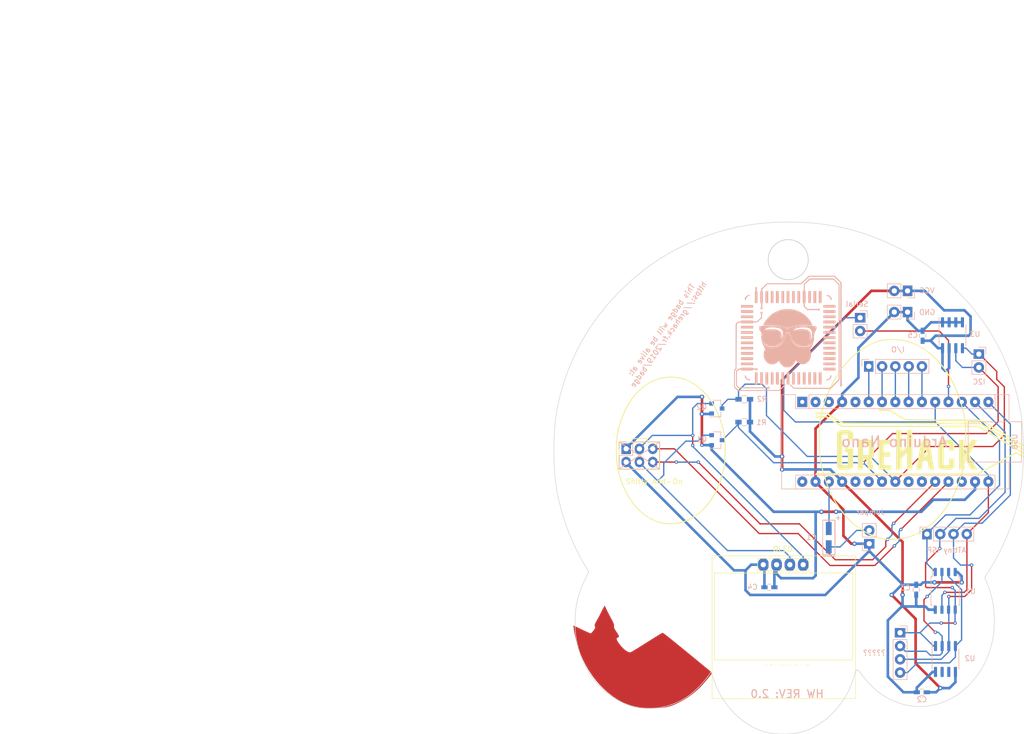
<source format=kicad_pcb>
(kicad_pcb (version 20171130) (host pcbnew "(5.1.2)-1")
  (title_block (title "GreHack 2019") (date 2019-09-13) (rev 2.0) (company Securimag) (comment 1 "PCB for the hardware CTF / Phil"))
  (layers (0 F.Cu signal) (31 B.Cu signal) (34 B.Paste user) (35 F.Paste user) (36 B.SilkS user) (37 F.SilkS user) (38 B.Mask user) (39 F.Mask user) (44 Edge.Cuts user))
  (net 0 "")
  (net 1 ISP_SCK)
  (net 2 ?_3)
  (net 3 "Net-(A1-Pad30)")
  (net 4 ?_1)
  (net 5 GND)
  (net 6 ISP_RST)
  (net 7 "Net-(A1-Pad28)")
  (net 8 "Net-(A1-Pad12)")
  (net 9 +5V)
  (net 10 "Net-(A1-Pad26)")
  (net 11 GPIO5)
  (net 12 "Net-(A1-Pad25)")
  (net 13 GPIO4)
  (net 14 "Net-(A1-Pad24)")
  (net 15 GPIO3)
  (net 16 "Net-(A1-Pad23)")
  (net 17 GPIO2)
  (net 18 "Net-(A1-Pad22)")
  (net 19 GPIO1)
  (net 20 "Net-(A1-Pad21)")
  (net 21 "Net-(A1-Pad5)")
  (net 22 "Net-(A1-Pad3)")
  (net 23 "Net-(A1-Pad18)")
  (net 24 +3V3)
  (net 25 "Net-(A1-Pad1)")
  (net 26 "Net-(Brd1-Pad3)")
  (net 27 "Net-(Brd1-Pad4)")
  (net 28 ?_2)
  (net 29 ?_4)
  (net 30 "Net-(U2-Pad7)")
  (net 31 "Net-(U2-Pad6)")
  (net 32 SOA-IO2)
  (net 33 SAO-IO1)
  (net 34 "Net-(C1-Pad2)")
  (net 35 "Net-(A1-Pad2)")
  (module Mes_modulesGH2019:Arduino_Nano (layer B.Cu) (at 153.04 76.6 270)
    (fp_text reference A1 hide)
    (fp_text value "Arduino Nano")
    (fp_text user USB (at 7.6 -40.6 90) (layer B.SilkS) (effects (justify mirror)))
    (pad 16 thru_hole oval (at 15.24 -35.56 270) (size 2 1.9) (drill 0.8) (layers *.Cu *.Mask) (net 1 ISP_SCK))
    (pad 15 thru_hole oval (at 0 -35.56 270) (size 2 1.9) (drill 0.8) (layers *.Cu *.Mask) (net 2 ?_3))
    (pad 30 thru_hole oval (at 15.24 0 270) (size 2 1.9) (drill 0.8) (layers *.Cu *.Mask) (net 3 "Net-(A1-Pad30)"))
    (pad 14 thru_hole oval (at 0 -33.02 270) (size 2 1.9) (drill 0.8) (layers *.Cu *.Mask) (net 4 ?_1))
    (pad 29 thru_hole oval (at 15.24 -2.54 270) (size 2 1.9) (drill 0.8) (layers *.Cu *.Mask) (net 5 GND))
    (pad 13 thru_hole oval (at 0 -30.48 270) (size 2 1.9) (drill 0.8) (layers *.Cu *.Mask) (net 6 ISP_RST))
    (pad 28 thru_hole oval (at 15.24 -5.08 270) (size 2 1.9) (drill 0.8) (layers *.Cu *.Mask) (net 7 "Net-(A1-Pad28)"))
    (pad 12 thru_hole oval (at 0 -27.94 270) (size 2 1.9) (drill 0.8) (layers *.Cu *.Mask) (net 8 "Net-(A1-Pad12)"))
    (pad 27 thru_hole oval (at 15.24 -7.62 270) (size 2 1.9) (drill 0.8) (layers *.Cu *.Mask) (net 9 +5V))
    (pad 11 thru_hole oval (at 0 -25.4 270) (size 2 1.9) (drill 0.8) (layers *.Cu *.Mask) (net 1 ISP_SCK))
    (pad 26 thru_hole oval (at 15.24 -10.16 270) (size 2 1.9) (drill 0.8) (layers *.Cu *.Mask) (net 10 "Net-(A1-Pad26)"))
    (pad 10 thru_hole oval (at 0 -22.86 270) (size 2 1.9) (drill 0.8) (layers *.Cu *.Mask) (net 11 GPIO5))
    (pad 25 thru_hole oval (at 15.24 -12.7 270) (size 2 1.9) (drill 0.8) (layers *.Cu *.Mask) (net 12 "Net-(A1-Pad25)"))
    (pad 9 thru_hole oval (at 0 -20.32 270) (size 2 1.9) (drill 0.8) (layers *.Cu *.Mask) (net 13 GPIO4))
    (pad 24 thru_hole oval (at 15.24 -15.24 270) (size 2 1.9) (drill 0.8) (layers *.Cu *.Mask) (net 14 "Net-(A1-Pad24)"))
    (pad 8 thru_hole oval (at 0 -17.78 270) (size 2 1.9) (drill 0.8) (layers *.Cu *.Mask) (net 15 GPIO3))
    (pad 23 thru_hole oval (at 15.24 -17.78 270) (size 2 1.9) (drill 0.8) (layers *.Cu *.Mask) (net 16 "Net-(A1-Pad23)"))
    (pad 7 thru_hole oval (at 0 -15.24 270) (size 2 1.9) (drill 0.8) (layers *.Cu *.Mask) (net 17 GPIO2))
    (pad 22 thru_hole oval (at 15.24 -20.32 270) (size 2 1.9) (drill 0.8) (layers *.Cu *.Mask) (net 18 "Net-(A1-Pad22)"))
    (pad 6 thru_hole oval (at 0 -12.7 270) (size 2 1.9) (drill 0.8) (layers *.Cu *.Mask) (net 19 GPIO1))
    (pad 21 thru_hole oval (at 15.24 -22.86 270) (size 2 1.9) (drill 0.8) (layers *.Cu *.Mask) (net 20 "Net-(A1-Pad21)"))
    (pad 5 thru_hole oval (at 0 -10.16 270) (size 2 1.9) (drill 0.8) (layers *.Cu *.Mask) (net 21 "Net-(A1-Pad5)"))
    (pad 20 thru_hole oval (at 15.24 -25.4 270) (size 2 1.9) (drill 0.8) (layers *.Cu *.Mask) (net 32 SOA-IO2))
    (pad 4 thru_hole oval (at 0 -7.62 270) (size 2 1.9) (drill 0.8) (layers *.Cu *.Mask) (net 5 GND))
    (pad 19 thru_hole oval (at 15.24 -27.94 270) (size 2 1.9) (drill 0.8) (layers *.Cu *.Mask) (net 33 SAO-IO1))
    (pad 3 thru_hole oval (at 0 -5.08 270) (size 2 1.9) (drill 0.8) (layers *.Cu *.Mask) (net 22 "Net-(A1-Pad3)"))
    (pad 18 thru_hole oval (at 15.24 -30.48 270) (size 2 1.9) (drill 0.8) (layers *.Cu *.Mask) (net 23 "Net-(A1-Pad18)"))
    (pad 2 thru_hole oval (at 0 -2.54 270) (size 2 1.9) (drill 0.8) (layers *.Cu *.Mask) (net 35 "Net-(A1-Pad2)"))
    (pad 17 thru_hole oval (at 15.24 -33.02 270) (size 2 1.9) (drill 0.8) (layers *.Cu *.Mask) (net 24 +3V3))
    (pad 1 thru_hole rect (at 0 0 270) (size 2 1.9) (drill 0.8) (layers *.Cu *.Mask) (net 25 "Net-(A1-Pad1)"))
  )
  (module Mes_modulesGH2019:CP_Tantalum_Case-R_EIA-2012-12_Hand (layer B.Cu) (at 158.1 102.5 270)
    (fp_text reference C1 (at 0 3.3 180) (layer B.SilkS) (effects (justify mirror)))
    (fp_text value 10u)
    (pad 1 smd rect (at -1.7 0 270) (size 2.5 1.1) (layers B.Cu B.Paste B.Mask) (net 7 "Net-(A1-Pad28)"))
    (pad 2 smd rect (at 1.8 0 270) (size 2.5 1.1) (layers B.Cu B.Paste B.Mask) (net 34 "Net-(C1-Pad2)"))
  )
  (module Package_SO:SOIC-8_3.9x4.9mm_P1.27mm (layer B.Cu) (at 181.74 63.85 270)
    (fp_text reference U3 (at -0.22 -4.28 180) (layer B.SilkS) (effects (justify mirror)))
    (fp_text value 24LC16)
    (pad 8 smd roundrect (at 2.475 1.905 270) (size 1.95 0.6) (layers B.Cu B.Paste B.Mask) (net 9 +5V))
    (pad 7 smd roundrect (at 2.475 0.635 270) (size 1.95 0.6) (layers B.Cu B.Paste B.Mask) (net 9 +5V))
    (pad 6 smd roundrect (at 2.475 -0.635 270) (size 1.95 0.6) (layers B.Cu B.Paste B.Mask) (net 14 "Net-(A1-Pad24)"))
    (pad 5 smd roundrect (at 2.475 -1.905 270) (size 1.95 0.6) (layers B.Cu B.Paste B.Mask) (net 16 "Net-(A1-Pad23)"))
    (pad 4 smd roundrect (at -2.475 -1.905 270) (size 1.95 0.6) (layers B.Cu B.Paste B.Mask) (net 5 GND))
    (pad 3 smd roundrect (at -2.475 -0.635 270) (size 1.95 0.6) (layers B.Cu B.Paste B.Mask) (net 5 GND))
    (pad 2 smd roundrect (at -2.475 0.635 270) (size 1.95 0.6) (layers B.Cu B.Paste B.Mask) (net 5 GND))
    (pad 1 smd roundrect (at -2.475 1.905 270) (size 1.95 0.6) (layers B.Cu B.Paste B.Mask) (net 5 GND))
  )
  (module Package_SO:SOIC-8_3.9x4.9mm_P1.27mm (layer B.Cu) (at 180.4 125.75 270)
    (fp_text reference U2 (at -0.11 -4.68 180) (layer B.SilkS) (effects (justify mirror)))
    (fp_text value 93LCxxC)
    (pad 8 smd roundrect (at 2.475 1.905 270) (size 1.95 0.6) (layers B.Cu B.Paste B.Mask) (net 9 +5V))
    (pad 7 smd roundrect (at 2.475 0.635 270) (size 1.95 0.6) (layers B.Cu B.Paste B.Mask) (net 30 "Net-(U2-Pad7)"))
    (pad 6 smd roundrect (at 2.475 -0.635 270) (size 1.95 0.6) (layers B.Cu B.Paste B.Mask) (net 31 "Net-(U2-Pad6)"))
    (pad 5 smd roundrect (at 2.475 -1.905 270) (size 1.95 0.6) (layers B.Cu B.Paste B.Mask) (net 5 GND))
    (pad 4 smd roundrect (at -2.475 -1.905 270) (size 1.95 0.6) (layers B.Cu B.Paste B.Mask) (net 29 ?_4))
    (pad 3 smd roundrect (at -2.475 -0.635 270) (size 1.95 0.6) (layers B.Cu B.Paste B.Mask) (net 2 ?_3))
    (pad 2 smd roundrect (at -2.475 0.635 270) (size 1.95 0.6) (layers B.Cu B.Paste B.Mask) (net 28 ?_2))
    (pad 1 smd roundrect (at -2.475 1.905 270) (size 1.95 0.6) (layers B.Cu B.Paste B.Mask) (net 4 ?_1))
  )
  (module Package_SO:SOIC-8_5.23x5.23mm_P1.27mm (layer B.Cu) (at 180.36 112.72 270)
    (fp_text reference U1 (at 0.06 -4.81 180) (layer B.SilkS) (effects (justify mirror)))
    (fp_text value ATtiny85)
    (pad 8 smd roundrect (at 3.6 1.905 270) (size 1.6 0.6) (layers B.Cu B.Paste B.Mask) (net 9 +5V))
    (pad 7 smd roundrect (at 3.6 0.635 270) (size 1.6 0.6) (layers B.Cu B.Paste B.Mask) (net 1 ISP_SCK))
    (pad 6 smd roundrect (at 3.6 -0.635 270) (size 1.6 0.6) (layers B.Cu B.Paste B.Mask) (net 2 ?_3))
    (pad 5 smd roundrect (at 3.6 -1.905 270) (size 1.6 0.6) (layers B.Cu B.Paste B.Mask) (net 4 ?_1))
    (pad 4 smd roundrect (at -3.6 -1.905 270) (size 1.6 0.6) (layers B.Cu B.Paste B.Mask) (net 5 GND))
    (pad 3 smd roundrect (at -3.6 -0.635 270) (size 1.6 0.6) (layers B.Cu B.Paste B.Mask) (net 29 ?_4))
    (pad 2 smd roundrect (at -3.6 0.635 270) (size 1.6 0.6) (layers B.Cu B.Paste B.Mask) (net 28 ?_2))
    (pad 1 smd roundrect (at -3.6 1.905 270) (size 1.6 0.6) (layers B.Cu B.Paste B.Mask) (net 6 ISP_RST))
  )
  (module LOGO (layer F.Cu) (at 150.15 91.1)
    (fp_text reference G*** hide)
    (fp_text value LOGO hide)
  )
  (module Mes_modulesGH2019:Pin_Header_Straight_2x03_Pitch2.54mm (layer B.Cu) (at 119.39 85.56 270)
    (fp_text reference J1 hide)
    (fp_text value "Shitty Add-On")
    (pad 1 thru_hole rect (at 0 0 270) (size 2 1.8) (drill 1) (layers *.Cu *.Mask) (net 24 +3V3))
    (pad 2 thru_hole oval (at 2.54 0 270) (size 2 1.8) (drill 1) (layers *.Cu *.Mask) (net 5 GND))
    (pad 3 thru_hole oval (at 0 -2.54 270) (size 2 1.8) (drill 1) (layers *.Cu *.Mask) (net 27 "Net-(Brd1-Pad4)"))
    (pad 4 thru_hole oval (at 2.54 -2.54 270) (size 2 1.8) (drill 1) (layers *.Cu *.Mask) (net 26 "Net-(Brd1-Pad3)"))
    (pad 5 thru_hole oval (at 0 -5.08 270) (size 2 1.8) (drill 1) (layers *.Cu *.Mask) (net 33 SAO-IO1))
    (pad 6 thru_hole oval (at 2.54 -5.08 270) (size 2 1.8) (drill 1) (layers *.Cu *.Mask) (net 32 SOA-IO2))
  )
  (module LOGO (layer F.Cu) (at 0 0)
    (fp_text reference G*** hide)
    (fp_text value LOGO hide)
  )
  (module LOGO (layer F.Cu) (at 0 0)
    (fp_text reference G*** hide)
    (fp_text value LOGO hide)
  )
  (module LOGO (layer F.Cu) (at 150.89 94.94)
    (fp_text reference G*** hide)
    (fp_text value LOGO hide)
  )
  (module LOGO (layer F.Cu) (at 150.15 91.1)
    (fp_text reference G*** hide)
    (fp_text value LOGO hide)
    (fp_poly (pts (xy -34.839924 24.504702) (xy -34.783513 24.599201) (xy -34.720679 24.731749) (xy -34.720348 24.732524) (xy -34.626724 24.94101) (xy -34.500139 25.207634) (xy -34.348634 25.516456) (xy -34.180251 25.85154) (xy -34.003031 26.196946) (xy -33.825016 26.536738) (xy -33.654248 26.854976) (xy -33.593263 26.966334) (xy -33.410308 27.306858) (xy -33.271052 27.587634) (xy -33.171695 27.819002) (xy -33.108437 28.011301) (xy -33.077479 28.174873) (xy -33.075022 28.320057) (xy -33.079626 28.364256) (xy -33.087911 28.477997) (xy -33.0779 28.589735) (xy -33.044479 28.710946) (xy -32.982534 28.853108) (xy -32.886953 29.027697) (xy -32.752621 29.24619) (xy -32.574424 29.520064) (xy -32.544514 29.565245) (xy -32.373296 29.827519) (xy -32.249556 30.030974) (xy -32.171384 30.185561) (xy -32.136871 30.301229) (xy -32.144105 30.38793) (xy -32.191176 30.455614) (xy -32.276174 30.514231) (xy -32.354681 30.553998) (xy -32.474528 30.620465) (xy -32.559549 30.685606) (xy -32.58268 30.71628) (xy -32.586265 30.829821) (xy -32.535867 30.992116) (xy -32.438634 31.193341) (xy -32.301715 31.423671) (xy -32.132258 31.673282) (xy -31.937411 31.932349) (xy -31.724323 32.191048) (xy -31.500141 32.439554) (xy -31.272014 32.668043) (xy -31.047091 32.86669) (xy -30.978291 32.921324) (xy -30.74828 33.083645) (xy -30.514543 33.222251) (xy -30.298513 33.325647) (xy -30.121621 33.382335) (xy -30.117397 33.383146) (xy -30.04849 33.390116) (xy -29.975442 33.379999) (xy -29.883075 33.346715) (xy -29.75621 33.284188) (xy -29.579668 33.186339) (xy -29.472828 33.125042) (xy -29.28498 33.015142) (xy -29.064959 32.883542) (xy -28.807883 32.727207) (xy -28.508871 32.543105) (xy -28.163039 32.328202) (xy -27.765506 32.079464) (xy -27.31139 31.793858) (xy -26.795808 31.46835) (xy -26.2255 31.107272) (xy -25.866205 30.880604) (xy -25.508229 30.656759) (xy -25.161091 30.441542) (xy -24.834307 30.240762) (xy -24.537393 30.060226) (xy -24.279866 29.905742) (xy -24.071244 29.783115) (xy -23.921043 29.698155) (xy -23.883128 29.677919) (xy -23.809498 29.652267) (xy -23.735568 29.667203) (xy -23.62919 29.729386) (xy -23.626732 29.731011) (xy -23.505486 29.816169) (xy -23.33017 29.947038) (xy -23.099922 30.124314) (xy -22.813876 30.348695) (xy -22.47117 30.620878) (xy -22.07094 30.941561) (xy -21.612323 31.311441) (xy -21.094454 31.731215) (xy -20.51647 32.201581) (xy -19.877509 32.723237) (xy -19.176705 33.29688) (xy -18.413196 33.923206) (xy -17.586118 34.602915) (xy -17.154823 34.957776) (xy -14.307147 37.301629) (xy -14.402723 37.436231) (xy -14.534565 37.613716) (xy -14.71276 37.841653) (xy -14.926885 38.107685) (xy -15.166515 38.399458) (xy -15.421224 38.704616) (xy -15.680589 39.010803) (xy -15.934185 39.305666) (xy -16.171587 39.576848) (xy -16.382372 39.811993) (xy -16.556113 39.998748) (xy -16.620605 40.064884) (xy -17.347573 40.742416) (xy -18.141462 41.386559) (xy -18.987714 41.98694) (xy -19.871772 42.533189) (xy -20.722166 42.98701) (xy -21.222606 43.227346) (xy -21.669873 43.425767) (xy -22.081432 43.587036) (xy -22.474751 43.715913) (xy -22.867295 43.817161) (xy -23.276529 43.895541) (xy -23.71992 43.955814) (xy -24.214933 44.002743) (xy -24.532166 44.025695) (xy -24.866263 44.042518) (xy -25.263032 44.05392) (xy -25.700658 44.05993) (xy -26.157322 44.060575) (xy -26.611206 44.055883) (xy -27.040493 44.04588) (xy -27.423365 44.030596) (xy -27.577008 44.021855) (xy -28.135319 43.976363) (xy -28.643415 43.911686) (xy -29.118607 43.822918) (xy -29.578204 43.705153) (xy -30.039514 43.553485) (xy -30.519849 43.363007) (xy -31.036516 43.128815) (xy -31.457092 42.922127) (xy -32.390143 42.404812) (xy -33.292287 41.811506) (xy -34.160162 41.146281) (xy -34.990404 40.413209) (xy -35.779652 39.616359) (xy -36.524541 38.759804) (xy -37.221709 37.847615) (xy -37.867794 36.883862) (xy -38.459432 35.872617) (xy -38.993261 34.81795) (xy -39.465917 33.723933) (xy -39.796686 32.82621) (xy -40.155421 31.690684) (xy -40.443274 30.595382) (xy -40.661329 29.535933) (xy -40.746797 29.002576) (xy -40.780569 28.763726) (xy -40.808625 28.555923) (xy -40.829231 28.392803) (xy -40.840656 28.288003) (xy -40.841798 28.254899) (xy -40.802304 28.269654) (xy -40.696217 28.316799) (xy -40.53316 28.391851) (xy -40.322757 28.490332) (xy -40.074633 28.607761) (xy -39.79841 28.739657) (xy -39.729833 28.772569) (xy -39.257054 28.998398) (xy -38.832391 29.198614) (xy -38.459949 29.371373) (xy -38.143837 29.514828) (xy -37.888161 29.627134) (xy -37.697027 29.706446) (xy -37.574543 29.750919) (xy -37.531571 29.760334) (xy -37.466928 29.727106) (xy -37.367991 29.637093) (xy -37.246146 29.504797) (xy -37.112775 29.34472) (xy -36.979262 29.171368) (xy -36.856991 28.999242) (xy -36.757344 28.842845) (xy -36.691707 28.716681) (xy -36.675127 28.669185) (xy -36.676253 28.553766) (xy -36.718456 28.42093) (xy -36.765018 28.29842) (xy -36.787333 28.190818) (xy -36.787666 28.180786) (xy -36.765152 28.078467) (xy -36.70118 27.916636) (xy -36.601105 27.706325) (xy -36.470282 27.45857) (xy -36.314069 27.184405) (xy -36.259856 27.093334) (xy -36.176361 26.947359) (xy -36.063627 26.739755) (xy -35.929267 26.485114) (xy -35.780897 26.198031) (xy -35.626133 25.893099) (xy -35.47259 25.584913) (xy -35.470127 25.579917) (xy -35.32955 25.297742) (xy -35.199303 25.041948) (xy -35.084421 24.821982) (xy -34.989941 24.647289) (xy -34.920898 24.527316) (xy -34.882328 24.471509) (xy -34.877736 24.468667) (xy -34.839924 24.504702)) (layer F.Cu) (width 0.01))
  )
  (module LOGO (layer F.Cu) (at 150.15 91.1)
    (fp_text reference G*** hide)
    (fp_text value LOGO hide)
  )
  (module Mes_modulesGH2019:128x64OLED (layer F.Cu) (at 149.21 118.32)
    (fp_text reference Brd1 hide)
    (fp_text value SSD1306)
    (pad 2 thru_hole oval (at -1.08 -10.6 90) (size 2.5 2) (drill 1) (layers *.Cu *.Mask) (net 24 +3V3))
    (pad 1 thru_hole oval (at -3.62 -10.6 90) (size 2.5 2) (drill 1) (layers *.Cu *.Mask) (net 5 GND))
    (pad 3 thru_hole oval (at 1.46 -10.6 90) (size 2.5 2) (drill 1) (layers *.Cu *.Mask) (net 26 "Net-(Brd1-Pad3)"))
    (pad 4 thru_hole oval (at 4 -10.6 90) (size 2.5 2) (drill 1) (layers *.Cu *.Mask) (net 27 "Net-(Brd1-Pad4)"))
  )
  (module Capacitors_SMD:C_0603_HandSoldering (layer B.Cu) (at 146.76 112.04)
    (fp_text reference C4 (at -3.23 -0.05) (layer B.SilkS) (effects (justify mirror)))
    (fp_text value 100n)
    (pad 2 smd rect (at 0.95 0) (size 1.2 0.75) (layers B.Cu B.Paste B.Mask) (net 24 +3V3))
    (pad 1 smd rect (at -0.95 0) (size 1.2 0.75) (layers B.Cu B.Paste B.Mask) (net 5 GND))
  )
  (module Capacitors_SMD:C_0603_HandSoldering (layer B.Cu) (at 175.87 132.11)
    (fp_text reference C2 (at 0 1.38) (layer B.SilkS) (effects (justify mirror)))
    (fp_text value 100n)
    (pad 2 smd rect (at 0.95 0) (size 1.2 0.75) (layers B.Cu B.Paste B.Mask) (net 5 GND))
    (pad 1 smd rect (at -0.95 0) (size 1.2 0.75) (layers B.Cu B.Paste B.Mask) (net 9 +5V))
  )
  (module Capacitors_SMD:C_0603_HandSoldering (layer B.Cu) (at 174.81 112.5 270)
    (fp_text reference C3 (at -0.37 2.04 180) (layer B.SilkS) (effects (justify mirror)))
    (fp_text value 100n)
    (pad 1 smd rect (at -0.95 0 270) (size 1.2 0.75) (layers B.Cu B.Paste B.Mask) (net 5 GND))
    (pad 2 smd rect (at 0.95 0 270) (size 1.2 0.75) (layers B.Cu B.Paste B.Mask) (net 9 +5V))
  )
  (module Capacitors_SMD:C_0603_HandSoldering (layer B.Cu) (at 176.03 63.95 270)
    (fp_text reference C5 (at -0.12 1.9 180) (layer B.SilkS) (effects (justify mirror)))
    (fp_text value 100n)
    (pad 1 smd rect (at -0.95 0 270) (size 1.2 0.75) (layers B.Cu B.Paste B.Mask) (net 5 GND))
    (pad 2 smd rect (at 0.95 0 270) (size 1.2 0.75) (layers B.Cu B.Paste B.Mask) (net 9 +5V))
  )
  (module Mes_modulesGH2019:Pin_Header_Straight_1x04_Pitch2.54mm (layer B.Cu) (at 171.73 120.73 180)
    (fp_text reference J2 hide)
    (fp_text value "Microwire bus")
    (pad 1 thru_hole rect (at 0 0 180) (size 2 1.8) (drill 1) (layers *.Cu *.Mask) (net 4 ?_1))
    (pad 2 thru_hole circle (at 0 -2.54 180) (size 2 2) (drill 1) (layers *.Cu *.Mask) (net 28 ?_2))
    (pad 3 thru_hole circle (at 0 -5.08 180) (size 2 2) (drill 1) (layers *.Cu *.Mask) (net 2 ?_3))
    (pad 4 thru_hole circle (at 0 -7.62 180) (size 2 2) (drill 1) (layers *.Cu *.Mask) (net 29 ?_4))
  )
  (module Mes_modulesGH2019:Pin_Header_Straight_1x02_Pitch2.54mm (layer B.Cu) (at 164.1 60.5 180)
    (fp_text reference J3 hide)
    (fp_text value Serial)
    (pad 2 thru_hole circle (at 0 -2.54 180) (size 2 2) (drill 1) (layers *.Cu *.Mask) (net 8 "Net-(A1-Pad12)"))
    (pad 1 thru_hole rect (at 0 0 180) (size 2 1.8) (drill 1) (layers *.Cu *.Mask) (net 1 ISP_SCK))
  )
  (module Mes_modulesGH2019:Pin_Header_Straight_1x04_Pitch2.54mm (layer B.Cu) (at 176.86 101.87 270)
    (fp_text reference J4 hide)
    (fp_text value "ATtiny ISP")
    (pad 4 thru_hole circle (at 0 -7.62 270) (size 2 2) (drill 1) (layers *.Cu *.Mask) (net 1 ISP_SCK))
    (pad 3 thru_hole circle (at 0 -5.08 270) (size 2 2) (drill 1) (layers *.Cu *.Mask) (net 2 ?_3))
    (pad 2 thru_hole circle (at 0 -2.54 270) (size 2 2) (drill 1) (layers *.Cu *.Mask) (net 4 ?_1))
    (pad 1 thru_hole rect (at 0 0 270) (size 2 1.8) (drill 1) (layers *.Cu *.Mask) (net 6 ISP_RST))
  )
  (module Mes_modulesGH2019:Pin_Header_Straight_1x02_Pitch2.54mm (layer B.Cu) (at 165.84 103.71)
    (fp_text reference J5 hide)
    (fp_text value Jumper)
    (pad 2 thru_hole circle (at 0 -2.54) (size 2 2) (drill 1) (layers *.Cu *.Mask) (net 34 "Net-(C1-Pad2)"))
    (pad 1 thru_hole rect (at 0 0) (size 2 1.8) (drill 1) (layers *.Cu *.Mask) (net 5 GND))
  )
  (module Mes_modulesGH2019:Pin_Header_Straight_1x02_Pitch2.54mm (layer B.Cu) (at 173.16 59.42 90)
    (fp_text reference J6 hide)
    (fp_text value GND)
    (pad 2 thru_hole circle (at 0 -2.54 90) (size 2 2) (drill 1) (layers *.Cu *.Mask) (net 5 GND))
    (pad 1 thru_hole rect (at 0 0 90) (size 2 1.8) (drill 1) (layers *.Cu *.Mask) (net 5 GND))
  )
  (module Mes_modulesGH2019:Pin_Header_Straight_1x02_Pitch2.54mm (layer B.Cu) (at 173.16 55.36 90)
    (fp_text reference J7 hide)
    (fp_text value VCC)
    (pad 1 thru_hole rect (at 0 0 90) (size 2 1.8) (drill 1) (layers *.Cu *.Mask) (net 9 +5V))
    (pad 2 thru_hole circle (at 0 -2.54 90) (size 2 2) (drill 1) (layers *.Cu *.Mask) (net 9 +5V))
  )
  (module Mes_modulesGH2019:Pin_Header_Straight_1x02_Pitch2.54mm (layer B.Cu) (at 186.78 67.46 180)
    (fp_text reference J8 hide)
    (fp_text value "I2C bus")
    (pad 1 thru_hole rect (at 0 0 180) (size 2 1.8) (drill 1) (layers *.Cu *.Mask) (net 16 "Net-(A1-Pad23)"))
    (pad 2 thru_hole circle (at 0 -2.54 180) (size 2 2) (drill 1) (layers *.Cu *.Mask) (net 14 "Net-(A1-Pad24)"))
  )
  (module Mes_modulesGH2019:Pin_Header_Straight_1x05_Pitch2.54mm (layer B.Cu) (at 165.75 69.8 270)
    (fp_text reference J9 hide)
    (fp_text value "5 GPIO")
    (pad 1 thru_hole rect (at 0 0 270) (size 2 1.8) (drill 1) (layers *.Cu *.Mask) (net 19 GPIO1))
    (pad 2 thru_hole circle (at 0 -2.54 270) (size 2 2) (drill 1) (layers *.Cu *.Mask) (net 17 GPIO2))
    (pad 3 thru_hole circle (at 0 -5.08 270) (size 2 2) (drill 1) (layers *.Cu *.Mask) (net 15 GPIO3))
    (pad 4 thru_hole circle (at 0 -7.62 270) (size 2 2) (drill 1) (layers *.Cu *.Mask) (net 13 GPIO4))
    (pad 5 thru_hole circle (at 0 -10.16 270) (size 2 2) (drill 1) (layers *.Cu *.Mask) (net 11 GPIO5))
  )
  (module TO_SOT_Packages_SMD:SOT-23 (layer B.Cu) (at 136.72 83.91)
    (fp_text reference Q1 (at -2.93 -0.17) (layer B.SilkS) (effects (justify mirror)))
    (fp_text value BSS138)
    (pad 1 smd rect (at -1 0.95) (size 0.9 0.8) (layers B.Cu B.Paste B.Mask) (net 24 +3V3))
    (pad 2 smd rect (at -1 -0.95) (size 0.9 0.8) (layers B.Cu B.Paste B.Mask) (net 26 "Net-(Brd1-Pad3)"))
    (pad 3 smd rect (at 1 0) (size 0.9 0.8) (layers B.Cu B.Paste B.Mask) (net 14 "Net-(A1-Pad24)"))
  )
  (module TO_SOT_Packages_SMD:SOT-23 (layer B.Cu) (at 136.72 77.86)
    (fp_text reference Q2 (at -2.93 -0.29) (layer B.SilkS) (effects (justify mirror)))
    (fp_text value BSS138)
    (pad 3 smd rect (at 1 0) (size 0.9 0.8) (layers B.Cu B.Paste B.Mask) (net 16 "Net-(A1-Pad23)"))
    (pad 2 smd rect (at -1 -0.95) (size 0.9 0.8) (layers B.Cu B.Paste B.Mask) (net 27 "Net-(Brd1-Pad4)"))
    (pad 1 smd rect (at -1 0.95) (size 0.9 0.8) (layers B.Cu B.Paste B.Mask) (net 24 +3V3))
  )
  (module Resistors_SMD:R_0603_HandSoldering (layer B.Cu) (at 141.95 80.45 180)
    (fp_text reference R1 (at -3.28 -0.05) (layer B.SilkS) (effects (justify mirror)))
    (fp_text value 10k)
    (pad 1 smd rect (at -1.1 0 180) (size 1.2 0.9) (layers B.Cu B.Paste B.Mask) (net 9 +5V))
    (pad 2 smd rect (at 1.1 0 180) (size 1.2 0.9) (layers B.Cu B.Paste B.Mask) (net 14 "Net-(A1-Pad24)"))
  )
  (module Resistors_SMD:R_0603_HandSoldering (layer B.Cu) (at 141.96 76.09 180)
    (fp_text reference R2 (at -3.37 0.04) (layer B.SilkS) (effects (justify mirror)))
    (fp_text value 10k)
    (pad 2 smd rect (at 1.1 0 180) (size 1.2 0.9) (layers B.Cu B.Paste B.Mask) (net 16 "Net-(A1-Pad23)"))
    (pad 1 smd rect (at -1.1 0 180) (size 1.2 0.9) (layers B.Cu B.Paste B.Mask) (net 9 +5V))
  )
  (gr_text "This badge will be alive at:\nhttps://grehack.fr/2019/badge" (at 126.82 63.25 55) (layer B.SilkS) (effects (font (size 1 1)) (justify mirror)))
  (gr_text JLCJLCJLCJLC (at 149.92 126.9) (layer F.SilkS) (effects (font (size 0.2 0.9) (thickness 0.05))))
  (gr_text "HW REV: 2.0" (at 150.15 132.42) (layer B.SilkS) (effects (font (size 1.5 1.5) (thickness 0.22)) (justify mirror)))
  (gr_text "ATtiny ISP" (at 180.59 104.94) (layer B.SilkS) (effects (font (size 1 1)) (justify mirror)))
  (gr_text I/O (at 171.32 66.6) (layer B.SilkS) (effects (font (size 1 1)) (justify mirror)))
  (gr_text I2C (at 186.81 72.75) (layer B.SilkS) (effects (font (size 1 1)) (justify mirror)))
  (gr_text VCC (at 176.87 55.31) (layer B.SilkS) (effects (font (size 1 1)) (justify mirror)))
  (gr_text GND (at 176.91 59.46) (layer B.SilkS) (effects (font (size 1 1)) (justify mirror)))
  (gr_text Serial (at 163.49 57.88) (layer B.SilkS) (effects (font (size 1 1)) (justify mirror)))
  (gr_text Jumper (at 166.08 97.67) (layer B.SilkS) (effects (font (size 1 1)) (justify mirror)))
  (gr_text ????? (at 166.8 124.6) (layer B.SilkS) (effects (font (size 1 1)) (justify mirror)))
  (gr_text "Arduino Nano" (at 170.61 84.21) (layer B.SilkS) (effects (font (size 2 2) (thickness 0.3)) (justify mirror)))
  (gr_text OLED (at 149.32 104.73) (layer F.SilkS) (effects (font (size 1 1))))
  (gr_text + (at 159.9 98.7) (layer B.SilkS) (effects (font (size 1 1)) (justify mirror)))
  (gr_line (start 157 106.1) (end 159.3 106.1) (layer B.SilkS) (width 0.15))
  (gr_line (start 159.3 99.22) (end 157 99.22) (layer B.SilkS) (width 0.15))
  (gr_line (start 159.3 103.5) (end 159.3 99.22) (layer B.SilkS) (width 0.15))
  (gr_line (start 159.3 105.8) (end 159.3 103.5) (layer B.SilkS) (width 0.15))
  (gr_line (start 157 105.8) (end 159.3 105.8) (layer B.SilkS) (width 0.15))
  (gr_line (start 156.95 103.5) (end 156.95 105.8) (layer B.SilkS) (width 0.15))
  (gr_line (start 118.07 89.4) (end 125.79 84.25) (layer B.SilkS) (width 0.15))
  (gr_line (start 125.8 89.43) (end 118.07 84.25) (layer B.SilkS) (width 0.15))
  (gr_text "Shitty Add-On" (at 124.75 91.82) (layer F.SilkS) (effects (font (size 1 1))))
  (gr_line (start 123.43 83.6) (end 123.43 84.28) (layer F.SilkS) (width 0.15))
  (gr_line (start 120.52 83.6) (end 123.43 83.6) (layer F.SilkS) (width 0.15))
  (gr_line (start 120.52 84.26) (end 120.52 83.6) (layer F.SilkS) (width 0.15))
  (gr_line (start 118.01 86.89) (end 118.01 84.29) (layer F.SilkS) (width 0.15))
  (gr_line (start 120.61 84.29) (end 118.01 84.29) (layer F.SilkS) (width 0.15))
  (gr_line (start 125.73 89.47) (end 125.73 84.36) (layer F.SilkS) (width 0.15))
  (gr_line (start 118.01 89.47) (end 125.73 89.47) (layer F.SilkS) (width 0.15))
  (gr_line (start 118.01 86.89) (end 118.01 89.47) (layer F.SilkS) (width 0.15))
  (gr_line (start 125.74 84.29) (end 120.61 84.29) (layer F.SilkS) (width 0.15))
  (gr_circle (center 150.36 49.39) (end 149.59 45.64) (layer Edge.Cuts) (width 0.15))
  (gr_line (start 150.436972 42.21266) (end 149.76139 42.21654) (layer Edge.Cuts) (width 0.1))
  (gr_line (start 149.76139 42.21654) (end 149.092719 42.228159) (layer Edge.Cuts) (width 0.1))
  (gr_line (start 149.092719 42.228159) (end 148.430678 42.247595) (layer Edge.Cuts) (width 0.1))
  (gr_line (start 148.430678 42.247595) (end 147.774988 42.274912) (layer Edge.Cuts) (width 0.1))
  (gr_line (start 147.774988 42.274912) (end 147.125368 42.31017) (layer Edge.Cuts) (width 0.1))
  (gr_line (start 147.125368 42.31017) (end 146.481537 42.353434) (layer Edge.Cuts) (width 0.1))
  (gr_line (start 146.481537 42.353434) (end 145.843215 42.404762) (layer Edge.Cuts) (width 0.1))
  (gr_line (start 145.843215 42.404762) (end 145.21012 42.464216) (layer Edge.Cuts) (width 0.1))
  (gr_line (start 145.21012 42.464216) (end 144.581974 42.531856) (layer Edge.Cuts) (width 0.1))
  (gr_line (start 144.581974 42.531856) (end 143.958494 42.607744) (layer Edge.Cuts) (width 0.1))
  (gr_line (start 143.958494 42.607744) (end 143.3394 42.691942) (layer Edge.Cuts) (width 0.1))
  (gr_line (start 143.3394 42.691942) (end 142.724413 42.784509) (layer Edge.Cuts) (width 0.1))
  (gr_line (start 142.724413 42.784509) (end 142.113251 42.885508) (layer Edge.Cuts) (width 0.1))
  (gr_line (start 142.113251 42.885508) (end 141.505633 42.995) (layer Edge.Cuts) (width 0.1))
  (gr_line (start 141.505633 42.995) (end 140.901279 43.113045) (layer Edge.Cuts) (width 0.1))
  (gr_line (start 140.901279 43.113045) (end 140.299909 43.239705) (layer Edge.Cuts) (width 0.1))
  (gr_line (start 140.299909 43.239705) (end 139.701243 43.375041) (layer Edge.Cuts) (width 0.1))
  (gr_line (start 139.701243 43.375041) (end 139.104998 43.519114) (layer Edge.Cuts) (width 0.1))
  (gr_line (start 139.104998 43.519114) (end 138.510895 43.671986) (layer Edge.Cuts) (width 0.1))
  (gr_line (start 138.510895 43.671986) (end 137.918654 43.833717) (layer Edge.Cuts) (width 0.1))
  (gr_line (start 137.918654 43.833717) (end 137.327993 44.004369) (layer Edge.Cuts) (width 0.1))
  (gr_line (start 137.327993 44.004369) (end 136.738633 44.184002) (layer Edge.Cuts) (width 0.1))
  (gr_line (start 136.738633 44.184002) (end 136.150292 44.372679) (layer Edge.Cuts) (width 0.1))
  (gr_line (start 136.150292 44.372679) (end 135.56269 44.57046) (layer Edge.Cuts) (width 0.1))
  (gr_line (start 135.56269 44.57046) (end 134.975546 44.777406) (layer Edge.Cuts) (width 0.1))
  (gr_line (start 134.975546 44.777406) (end 134.388581 44.993579) (layer Edge.Cuts) (width 0.1))
  (gr_line (start 134.388581 44.993579) (end 133.801513 45.219039) (layer Edge.Cuts) (width 0.1))
  (gr_line (start 133.801513 45.219039) (end 133.214061 45.453848) (layer Edge.Cuts) (width 0.1))
  (gr_line (start 133.214061 45.453848) (end 132.625946 45.698067) (layer Edge.Cuts) (width 0.1))
  (gr_line (start 132.625946 45.698067) (end 132.036886 45.951758) (layer Edge.Cuts) (width 0.1))
  (gr_line (start 132.036886 45.951758) (end 131.446601 46.21498) (layer Edge.Cuts) (width 0.1))
  (gr_line (start 131.446601 46.21498) (end 130.854811 46.487796) (layer Edge.Cuts) (width 0.1))
  (gr_line (start 130.854811 46.487796) (end 130.034764 46.881541) (layer Edge.Cuts) (width 0.1))
  (gr_line (start 130.034764 46.881541) (end 129.229628 47.287567) (layer Edge.Cuts) (width 0.1))
  (gr_line (start 129.229628 47.287567) (end 128.438593 47.706433) (layer Edge.Cuts) (width 0.1))
  (gr_line (start 128.438593 47.706433) (end 127.660849 48.138694) (layer Edge.Cuts) (width 0.1))
  (gr_line (start 127.660849 48.138694) (end 126.895585 48.584909) (layer Edge.Cuts) (width 0.1))
  (gr_line (start 126.895585 48.584909) (end 126.141991 49.045633) (layer Edge.Cuts) (width 0.1))
  (gr_line (start 126.141991 49.045633) (end 125.399256 49.521422) (layer Edge.Cuts) (width 0.1))
  (gr_line (start 125.399256 49.521422) (end 124.666571 50.012835) (layer Edge.Cuts) (width 0.1))
  (gr_line (start 124.666571 50.012835) (end 123.943125 50.520427) (layer Edge.Cuts) (width 0.1))
  (gr_line (start 123.943125 50.520427) (end 123.228107 51.044754) (layer Edge.Cuts) (width 0.1))
  (gr_line (start 123.228107 51.044754) (end 122.520707 51.586374) (layer Edge.Cuts) (width 0.1))
  (gr_line (start 122.520707 51.586374) (end 121.820114 52.145843) (layer Edge.Cuts) (width 0.1))
  (gr_line (start 121.820114 52.145843) (end 121.125519 52.723718) (layer Edge.Cuts) (width 0.1))
  (gr_line (start 121.125519 52.723718) (end 120.43611 53.320556) (layer Edge.Cuts) (width 0.1))
  (gr_line (start 120.43611 53.320556) (end 119.751078 53.936913) (layer Edge.Cuts) (width 0.1))
  (gr_line (start 119.751078 53.936913) (end 119.069611 54.573346) (layer Edge.Cuts) (width 0.1))
  (gr_line (start 119.069611 54.573346) (end 118.441582 55.181606) (layer Edge.Cuts) (width 0.1))
  (gr_line (start 118.441582 55.181606) (end 117.827966 55.79812) (layer Edge.Cuts) (width 0.1))
  (gr_line (start 117.827966 55.79812) (end 117.228777 56.42286) (layer Edge.Cuts) (width 0.1))
  (gr_line (start 117.228777 56.42286) (end 116.64403 57.055802) (layer Edge.Cuts) (width 0.1))
  (gr_line (start 116.64403 57.055802) (end 116.073739 57.696916) (layer Edge.Cuts) (width 0.1))
  (gr_line (start 116.073739 57.696916) (end 115.51792 58.346178) (layer Edge.Cuts) (width 0.1))
  (gr_line (start 115.51792 58.346178) (end 114.976586 59.003559) (layer Edge.Cuts) (width 0.1))
  (gr_line (start 114.976586 59.003559) (end 114.449752 59.669034) (layer Edge.Cuts) (width 0.1))
  (gr_line (start 114.449752 59.669034) (end 113.937433 60.342576) (layer Edge.Cuts) (width 0.1))
  (gr_line (start 113.937433 60.342576) (end 113.439642 61.024158) (layer Edge.Cuts) (width 0.1))
  (gr_line (start 113.439642 61.024158) (end 112.956396 61.713753) (layer Edge.Cuts) (width 0.1))
  (gr_line (start 112.956396 61.713753) (end 112.487707 62.411334) (layer Edge.Cuts) (width 0.1))
  (gr_line (start 112.487707 62.411334) (end 112.03359 63.116876) (layer Edge.Cuts) (width 0.1))
  (gr_line (start 112.03359 63.116876) (end 111.594061 63.83035) (layer Edge.Cuts) (width 0.1))
  (gr_line (start 111.594061 63.83035) (end 111.169133 64.551731) (layer Edge.Cuts) (width 0.1))
  (gr_line (start 111.169133 64.551731) (end 110.75882 65.280991) (layer Edge.Cuts) (width 0.1))
  (gr_line (start 110.75882 65.280991) (end 110.363139 66.018104) (layer Edge.Cuts) (width 0.1))
  (gr_line (start 110.363139 66.018104) (end 109.982102 66.763043) (layer Edge.Cuts) (width 0.1))
  (gr_line (start 109.982102 66.763043) (end 109.615725 67.515782) (layer Edge.Cuts) (width 0.1))
  (gr_line (start 109.615725 67.515782) (end 109.264022 68.276294) (layer Edge.Cuts) (width 0.1))
  (gr_line (start 109.264022 68.276294) (end 108.927007 69.044551) (layer Edge.Cuts) (width 0.1))
  (gr_line (start 108.927007 69.044551) (end 108.604695 69.820528) (layer Edge.Cuts) (width 0.1))
  (gr_line (start 108.604695 69.820528) (end 108.297101 70.604197) (layer Edge.Cuts) (width 0.1))
  (gr_line (start 108.297101 70.604197) (end 108.004238 71.395532) (layer Edge.Cuts) (width 0.1))
  (gr_line (start 108.004238 71.395532) (end 107.726122 72.194506) (layer Edge.Cuts) (width 0.1))
  (gr_line (start 107.726122 72.194506) (end 107.462767 73.001092) (layer Edge.Cuts) (width 0.1))
  (gr_line (start 107.462767 73.001092) (end 107.214188 73.815264) (layer Edge.Cuts) (width 0.1))
  (gr_line (start 107.214188 73.815264) (end 106.980398 74.636995) (layer Edge.Cuts) (width 0.1))
  (gr_line (start 106.980398 74.636995) (end 106.761413 75.466258) (layer Edge.Cuts) (width 0.1))
  (gr_line (start 106.761413 75.466258) (end 106.557246 76.303027) (layer Edge.Cuts) (width 0.1))
  (gr_line (start 106.557246 76.303027) (end 106.367913 77.147274) (layer Edge.Cuts) (width 0.1))
  (gr_line (start 106.367913 77.147274) (end 106.193428 77.998973) (layer Edge.Cuts) (width 0.1))
  (gr_line (start 106.193428 77.998973) (end 106.118817 78.402532) (layer Edge.Cuts) (width 0.1))
  (gr_line (start 106.118817 78.402532) (end 106.049019 78.823674) (layer Edge.Cuts) (width 0.1))
  (gr_line (start 106.049019 78.823674) (end 105.923863 79.71402) (layer Edge.Cuts) (width 0.1))
  (gr_line (start 105.923863 79.71402) (end 105.817963 80.660632) (layer Edge.Cuts) (width 0.1))
  (gr_line (start 105.817963 80.660632) (end 105.731317 81.654134) (layer Edge.Cuts) (width 0.1))
  (gr_line (start 105.731317 81.654134) (end 105.663926 82.685147) (layer Edge.Cuts) (width 0.1))
  (gr_line (start 105.663926 82.685147) (end 105.615789 83.744294) (layer Edge.Cuts) (width 0.1))
  (gr_line (start 105.615789 83.744294) (end 105.586907 84.822196) (layer Edge.Cuts) (width 0.1))
  (gr_line (start 105.586907 84.822196) (end 105.57728 85.909476) (layer Edge.Cuts) (width 0.1))
  (gr_line (start 105.57728 85.909476) (end 105.586907 86.996756) (layer Edge.Cuts) (width 0.1))
  (gr_line (start 105.586907 86.996756) (end 105.615789 88.074659) (layer Edge.Cuts) (width 0.1))
  (gr_line (start 105.615789 88.074659) (end 105.663926 89.133805) (layer Edge.Cuts) (width 0.1))
  (gr_line (start 105.663926 89.133805) (end 105.731317 90.164818) (layer Edge.Cuts) (width 0.1))
  (gr_line (start 105.731317 90.164818) (end 105.817963 91.15832) (layer Edge.Cuts) (width 0.1))
  (gr_line (start 105.817963 91.15832) (end 105.923863 92.104933) (layer Edge.Cuts) (width 0.1))
  (gr_line (start 105.923863 92.104933) (end 106.049019 92.995278) (layer Edge.Cuts) (width 0.1))
  (gr_line (start 106.049019 92.995278) (end 106.118817 93.41642) (layer Edge.Cuts) (width 0.1))
  (gr_line (start 106.118817 93.41642) (end 106.193428 93.819979) (layer Edge.Cuts) (width 0.1))
  (gr_line (start 106.193428 93.819979) (end 106.38618 94.756158) (layer Edge.Cuts) (width 0.1))
  (gr_line (start 106.38618 94.756158) (end 106.597015 95.683217) (layer Edge.Cuts) (width 0.1))
  (gr_line (start 106.597015 95.683217) (end 106.825983 96.601297) (layer Edge.Cuts) (width 0.1))
  (gr_line (start 106.825983 96.601297) (end 107.073137 97.510535) (layer Edge.Cuts) (width 0.1))
  (gr_line (start 107.073137 97.510535) (end 107.338528 98.41107) (layer Edge.Cuts) (width 0.1))
  (gr_line (start 107.338528 98.41107) (end 107.622207 99.303042) (layer Edge.Cuts) (width 0.1))
  (gr_line (start 107.622207 99.303042) (end 107.924227 100.186587) (layer Edge.Cuts) (width 0.1))
  (gr_line (start 107.924227 100.186587) (end 108.244639 101.061846) (layer Edge.Cuts) (width 0.1))
  (gr_line (start 108.244639 101.061846) (end 108.583494 101.928958) (layer Edge.Cuts) (width 0.1))
  (gr_line (start 108.583494 101.928958) (end 108.940844 102.788059) (layer Edge.Cuts) (width 0.1))
  (gr_line (start 108.940844 102.788059) (end 109.316741 103.63929) (layer Edge.Cuts) (width 0.1))
  (gr_line (start 109.316741 103.63929) (end 109.711235 104.482789) (layer Edge.Cuts) (width 0.1))
  (gr_line (start 109.711235 104.482789) (end 110.12438 105.318694) (layer Edge.Cuts) (width 0.1))
  (gr_line (start 110.12438 105.318694) (end 110.556225 106.147145) (layer Edge.Cuts) (width 0.1))
  (gr_line (start 110.556225 106.147145) (end 111.006823 106.96828) (layer Edge.Cuts) (width 0.1))
  (gr_line (start 111.006823 106.96828) (end 111.476226 107.782237) (layer Edge.Cuts) (width 0.1))
  (gr_line (start 111.476226 107.782237) (end 111.761282 108.275686) (layer Edge.Cuts) (width 0.1))
  (gr_line (start 111.761282 108.275686) (end 111.994419 108.698979) (layer Edge.Cuts) (width 0.1))
  (gr_line (start 111.994419 108.698979) (end 112.151728 109.005762) (layer Edge.Cuts) (width 0.1))
  (gr_line (start 112.151728 109.005762) (end 112.173824 109.040078) (layer Edge.Cuts) (width 0.1))
  (gr_line (start 112.173824 109.040078) (end 112.185573 109.07287) (layer Edge.Cuts) (width 0.1))
  (gr_line (start 112.185573 109.07287) (end 112.186696 109.134842) (layer Edge.Cuts) (width 0.1))
  (gr_line (start 112.186696 109.134842) (end 112.172416 109.193633) (layer Edge.Cuts) (width 0.1))
  (gr_line (start 112.172416 109.193633) (end 112.160058 109.25119) (layer Edge.Cuts) (width 0.1))
  (gr_line (start 112.160058 109.25119) (end 112.029584 109.546244) (layer Edge.Cuts) (width 0.1))
  (gr_line (start 112.029584 109.546244) (end 111.835552 109.951243) (layer Edge.Cuts) (width 0.1))
  (gr_line (start 111.835552 109.951243) (end 111.598373 110.422381) (layer Edge.Cuts) (width 0.1))
  (gr_line (start 111.598373 110.422381) (end 111.319988 110.987482) (layer Edge.Cuts) (width 0.1))
  (gr_line (start 111.319988 110.987482) (end 111.063017 111.559528) (layer Edge.Cuts) (width 0.1))
  (gr_line (start 111.063017 111.559528) (end 110.826731 112.140602) (layer Edge.Cuts) (width 0.1))
  (gr_line (start 110.826731 112.140602) (end 110.610398 112.732784) (layer Edge.Cuts) (width 0.1))
  (gr_line (start 110.610398 112.732784) (end 110.413287 113.338155) (layer Edge.Cuts) (width 0.1))
  (gr_line (start 110.413287 113.338155) (end 110.234667 113.958798) (layer Edge.Cuts) (width 0.1))
  (gr_line (start 110.234667 113.958798) (end 110.073806 114.596793) (layer Edge.Cuts) (width 0.1))
  (gr_line (start 110.073806 114.596793) (end 109.929975 115.254222) (layer Edge.Cuts) (width 0.1))
  (gr_line (start 109.929975 115.254222) (end 109.859264 115.638451) (layer Edge.Cuts) (width 0.1))
  (gr_line (start 109.859264 115.638451) (end 109.797981 116.045772) (layer Edge.Cuts) (width 0.1))
  (gr_line (start 109.797981 116.045772) (end 109.746127 116.472887) (layer Edge.Cuts) (width 0.1))
  (gr_line (start 109.746127 116.472887) (end 109.7037 116.916496) (layer Edge.Cuts) (width 0.1))
  (gr_line (start 109.7037 116.916496) (end 109.670701 117.373302) (layer Edge.Cuts) (width 0.1))
  (gr_line (start 109.670701 117.373302) (end 109.647131 117.840003) (layer Edge.Cuts) (width 0.1))
  (gr_line (start 109.647131 117.840003) (end 109.632989 118.313303) (layer Edge.Cuts) (width 0.1))
  (gr_line (start 109.632989 118.313303) (end 109.628275 118.789901) (layer Edge.Cuts) (width 0.1))
  (gr_line (start 109.628275 118.789901) (end 109.632989 119.266497) (layer Edge.Cuts) (width 0.1))
  (gr_line (start 109.632989 119.266497) (end 109.647131 119.739795) (layer Edge.Cuts) (width 0.1))
  (gr_line (start 109.647131 119.739795) (end 109.670701 120.206501) (layer Edge.Cuts) (width 0.1))
  (gr_line (start 109.670701 120.206501) (end 109.7037 120.663302) (layer Edge.Cuts) (width 0.1))
  (gr_line (start 109.7037 120.663302) (end 109.746127 121.106914) (layer Edge.Cuts) (width 0.1))
  (gr_line (start 109.746127 121.106914) (end 109.797981 121.534028) (layer Edge.Cuts) (width 0.1))
  (gr_line (start 109.797981 121.534028) (end 109.859264 121.941351) (layer Edge.Cuts) (width 0.1))
  (gr_line (start 109.859264 121.941351) (end 109.929975 122.32558) (layer Edge.Cuts) (width 0.1))
  (gr_line (start 109.929975 122.32558) (end 110.074725 122.986604) (layer Edge.Cuts) (width 0.1))
  (gr_line (start 110.074725 122.986604) (end 110.237335 123.630992) (layer Edge.Cuts) (width 0.1))
  (gr_line (start 110.237335 123.630992) (end 110.418025 124.259159) (layer Edge.Cuts) (width 0.1))
  (gr_line (start 110.418025 124.259159) (end 110.617015 124.871528) (layer Edge.Cuts) (width 0.1))
  (gr_line (start 110.617015 124.871528) (end 110.834524 125.468503) (layer Edge.Cuts) (width 0.1))
  (gr_line (start 110.834524 125.468503) (end 111.070772 126.050505) (layer Edge.Cuts) (width 0.1))
  (gr_line (start 111.070772 126.050505) (end 111.32598 126.61795) (layer Edge.Cuts) (width 0.1))
  (gr_line (start 111.32598 126.61795) (end 111.600367 127.171254) (layer Edge.Cuts) (width 0.1))
  (gr_line (start 111.600367 127.171254) (end 111.894153 127.710828) (layer Edge.Cuts) (width 0.1))
  (gr_line (start 111.894153 127.710828) (end 112.207557 128.237092) (layer Edge.Cuts) (width 0.1))
  (gr_line (start 112.207557 128.237092) (end 112.5408 128.750458) (layer Edge.Cuts) (width 0.1))
  (gr_line (start 112.5408 128.750458) (end 112.894101 129.251346) (layer Edge.Cuts) (width 0.1))
  (gr_line (start 112.894101 129.251346) (end 113.267681 129.740167) (layer Edge.Cuts) (width 0.1))
  (gr_line (start 113.267681 129.740167) (end 113.661758 130.217337) (layer Edge.Cuts) (width 0.1))
  (gr_line (start 113.661758 130.217337) (end 114.076553 130.683271) (layer Edge.Cuts) (width 0.1))
  (gr_line (start 114.076553 130.683271) (end 114.512286 131.138386) (layer Edge.Cuts) (width 0.1))
  (gr_line (start 114.512286 131.138386) (end 114.955112 131.567417) (layer Edge.Cuts) (width 0.1))
  (gr_line (start 114.955112 131.567417) (end 115.408591 131.972851) (layer Edge.Cuts) (width 0.1))
  (gr_line (start 115.408591 131.972851) (end 115.872164 132.354627) (layer Edge.Cuts) (width 0.1))
  (gr_line (start 115.872164 132.354627) (end 116.34527 132.712689) (layer Edge.Cuts) (width 0.1))
  (gr_line (start 116.34527 132.712689) (end 116.82735 133.046977) (layer Edge.Cuts) (width 0.1))
  (gr_line (start 116.82735 133.046977) (end 117.317843 133.357437) (layer Edge.Cuts) (width 0.1))
  (gr_line (start 117.317843 133.357437) (end 117.816189 133.644003) (layer Edge.Cuts) (width 0.1))
  (gr_line (start 117.816189 133.644003) (end 118.321828 133.906625) (layer Edge.Cuts) (width 0.1))
  (gr_line (start 118.321828 133.906625) (end 118.8342 134.145237) (layer Edge.Cuts) (width 0.1))
  (gr_line (start 118.8342 134.145237) (end 119.352746 134.359781) (layer Edge.Cuts) (width 0.1))
  (gr_line (start 119.352746 134.359781) (end 119.876904 134.550204) (layer Edge.Cuts) (width 0.1))
  (gr_line (start 119.876904 134.550204) (end 120.406114 134.716443) (layer Edge.Cuts) (width 0.1))
  (gr_line (start 120.406114 134.716443) (end 120.939818 134.858437) (layer Edge.Cuts) (width 0.1))
  (gr_line (start 120.939818 134.858437) (end 121.477454 134.976136) (layer Edge.Cuts) (width 0.1))
  (gr_line (start 121.477454 134.976136) (end 122.018462 135.069474) (layer Edge.Cuts) (width 0.1))
  (gr_line (start 122.018462 135.069474) (end 122.562283 135.138397) (layer Edge.Cuts) (width 0.1))
  (gr_line (start 122.562283 135.138397) (end 123.108356 135.182839) (layer Edge.Cuts) (width 0.1))
  (gr_line (start 123.108356 135.182839) (end 123.656122 135.202751) (layer Edge.Cuts) (width 0.1))
  (gr_line (start 123.656122 135.202751) (end 124.205019 135.198085) (layer Edge.Cuts) (width 0.1))
  (gr_line (start 124.205019 135.198085) (end 124.754488 135.168749) (layer Edge.Cuts) (width 0.1))
  (gr_line (start 124.754488 135.168749) (end 125.303969 135.114707) (layer Edge.Cuts) (width 0.1))
  (gr_line (start 125.303969 135.114707) (end 125.852902 135.035898) (layer Edge.Cuts) (width 0.1))
  (gr_line (start 125.852902 135.035898) (end 126.400727 134.932257) (layer Edge.Cuts) (width 0.1))
  (gr_line (start 126.400727 134.932257) (end 126.946883 134.803734) (layer Edge.Cuts) (width 0.1))
  (gr_line (start 126.946883 134.803734) (end 127.490812 134.650264) (layer Edge.Cuts) (width 0.1))
  (gr_line (start 127.490812 134.650264) (end 128.031951 134.471792) (layer Edge.Cuts) (width 0.1))
  (gr_line (start 128.031951 134.471792) (end 128.569742 134.268263) (layer Edge.Cuts) (width 0.1))
  (gr_line (start 128.569742 134.268263) (end 129.103624 134.03961) (layer Edge.Cuts) (width 0.1))
  (gr_line (start 129.103624 134.03961) (end 129.633037 133.78578) (layer Edge.Cuts) (width 0.1))
  (gr_line (start 129.633037 133.78578) (end 130.157421 133.506712) (layer Edge.Cuts) (width 0.1))
  (gr_line (start 130.157421 133.506712) (end 130.676217 133.202346) (layer Edge.Cuts) (width 0.1))
  (gr_line (start 130.676217 133.202346) (end 131.188863 132.872631) (layer Edge.Cuts) (width 0.1))
  (gr_line (start 131.188863 132.872631) (end 131.41252 132.715437) (layer Edge.Cuts) (width 0.1))
  (gr_line (start 131.41252 132.715437) (end 131.648658 132.536651) (layer Edge.Cuts) (width 0.1))
  (gr_line (start 131.648658 132.536651) (end 131.895025 132.338545) (layer Edge.Cuts) (width 0.1))
  (gr_line (start 131.895025 132.338545) (end 132.149369 132.123378) (layer Edge.Cuts) (width 0.1))
  (gr_line (start 132.149369 132.123378) (end 132.409439 131.893427) (layer Edge.Cuts) (width 0.1))
  (gr_line (start 132.409439 131.893427) (end 132.672982 131.650948) (layer Edge.Cuts) (width 0.1))
  (gr_line (start 132.672982 131.650948) (end 133.201482 131.13749) (layer Edge.Cuts) (width 0.1))
  (gr_line (start 133.201482 131.13749) (end 133.716854 130.60114) (layer Edge.Cuts) (width 0.1))
  (gr_line (start 133.716854 130.60114) (end 134.201085 130.060023) (layer Edge.Cuts) (width 0.1))
  (gr_line (start 134.201085 130.060023) (end 134.425893 129.793345) (layer Edge.Cuts) (width 0.1))
  (gr_line (start 134.425893 129.793345) (end 134.636159 129.532276) (layer Edge.Cuts) (width 0.1))
  (gr_line (start 134.636159 129.532276) (end 134.829633 129.279083) (layer Edge.Cuts) (width 0.1))
  (gr_line (start 134.829633 129.279083) (end 135.004062 129.036031) (layer Edge.Cuts) (width 0.1))
  (gr_line (start 135.004062 129.036031) (end 135.350571 128.549779) (layer Edge.Cuts) (width 0.1))
  (gr_line (start 135.350571 128.549779) (end 135.471087 128.396) (layer Edge.Cuts) (width 0.1))
  (gr_line (start 135.471087 128.396) (end 135.56112 128.297044) (layer Edge.Cuts) (width 0.1))
  (gr_line (start 135.56112 128.297044) (end 135.574267 128.263227) (layer Edge.Cuts) (width 0.1))
  (gr_line (start 135.574267 128.263227) (end 135.589002 128.246734) (layer Edge.Cuts) (width 0.1))
  (gr_line (start 135.589002 128.246734) (end 135.604404 128.2435) (layer Edge.Cuts) (width 0.1))
  (gr_line (start 135.604404 128.2435) (end 135.619556 128.249783) (layer Edge.Cuts) (width 0.1))
  (gr_line (start 135.619556 128.249783) (end 135.64541 128.27473) (layer Edge.Cuts) (width 0.1))
  (gr_line (start 135.64541 128.27473) (end 135.659197 128.289837) (layer Edge.Cuts) (width 0.1))
  (gr_line (start 135.659197 128.289837) (end 135.840251 128.811218) (layer Edge.Cuts) (width 0.1))
  (gr_line (start 135.840251 128.811218) (end 136.14963 129.741645) (layer Edge.Cuts) (width 0.1))
  (gr_line (start 136.14963 129.741645) (end 136.304832 130.193378) (layer Edge.Cuts) (width 0.1))
  (gr_line (start 136.304832 130.193378) (end 136.472209 130.638399) (layer Edge.Cuts) (width 0.1))
  (gr_line (start 136.472209 130.638399) (end 136.651745 131.076675) (layer Edge.Cuts) (width 0.1))
  (gr_line (start 136.651745 131.076675) (end 136.843426 131.508187) (layer Edge.Cuts) (width 0.1))
  (gr_line (start 136.843426 131.508187) (end 137.047234 131.932913) (layer Edge.Cuts) (width 0.1))
  (gr_line (start 137.047234 131.932913) (end 137.263156 132.35082) (layer Edge.Cuts) (width 0.1))
  (gr_line (start 137.263156 132.35082) (end 137.491174 132.761894) (layer Edge.Cuts) (width 0.1))
  (gr_line (start 137.491174 132.761894) (end 137.731274 133.166103) (layer Edge.Cuts) (width 0.1))
  (gr_line (start 137.731274 133.166103) (end 137.983439 133.563425) (layer Edge.Cuts) (width 0.1))
  (gr_line (start 137.983439 133.563425) (end 138.247655 133.953834) (layer Edge.Cuts) (width 0.1))
  (gr_line (start 138.247655 133.953834) (end 138.523905 134.33731) (layer Edge.Cuts) (width 0.1))
  (gr_line (start 138.523905 134.33731) (end 138.812173 134.713828) (layer Edge.Cuts) (width 0.1))
  (gr_line (start 138.812173 134.713828) (end 139.112445 135.083361) (layer Edge.Cuts) (width 0.1))
  (gr_line (start 139.112445 135.083361) (end 139.424705 135.445886) (layer Edge.Cuts) (width 0.1))
  (gr_line (start 139.424705 135.445886) (end 139.748936 135.801375) (layer Edge.Cuts) (width 0.1))
  (gr_line (start 139.748936 135.801375) (end 140.085124 136.14981) (layer Edge.Cuts) (width 0.1))
  (gr_line (start 140.085124 136.14981) (end 140.470057 136.525302) (layer Edge.Cuts) (width 0.1))
  (gr_line (start 140.470057 136.525302) (end 140.861986 136.882861) (layer Edge.Cuts) (width 0.1))
  (gr_line (start 140.861986 136.882861) (end 141.260722 137.222379) (layer Edge.Cuts) (width 0.1))
  (gr_line (start 141.260722 137.222379) (end 141.666075 137.543741) (layer Edge.Cuts) (width 0.1))
  (gr_line (start 141.666075 137.543741) (end 142.07786 137.846842) (layer Edge.Cuts) (width 0.1))
  (gr_line (start 142.07786 137.846842) (end 142.495886 138.131565) (layer Edge.Cuts) (width 0.1))
  (gr_line (start 142.495886 138.131565) (end 142.919965 138.397808) (layer Edge.Cuts) (width 0.1))
  (gr_line (start 142.919965 138.397808) (end 143.34991 138.645452) (layer Edge.Cuts) (width 0.1))
  (gr_line (start 143.34991 138.645452) (end 143.785532 138.874391) (layer Edge.Cuts) (width 0.1))
  (gr_line (start 143.785532 138.874391) (end 144.226642 139.084518) (layer Edge.Cuts) (width 0.1))
  (gr_line (start 144.226642 139.084518) (end 144.673053 139.275722) (layer Edge.Cuts) (width 0.1))
  (gr_line (start 144.673053 139.275722) (end 145.124576 139.447888) (layer Edge.Cuts) (width 0.1))
  (gr_line (start 145.124576 139.447888) (end 145.581023 139.60091) (layer Edge.Cuts) (width 0.1))
  (gr_line (start 145.581023 139.60091) (end 146.042205 139.734676) (layer Edge.Cuts) (width 0.1))
  (gr_line (start 146.042205 139.734676) (end 146.507934 139.849076) (layer Edge.Cuts) (width 0.1))
  (gr_line (start 146.507934 139.849076) (end 146.978023 139.943999) (layer Edge.Cuts) (width 0.1))
  (gr_line (start 146.978023 139.943999) (end 147.015963 139.951206) (layer Edge.Cuts) (width 0.1))
  (gr_line (start 147.015963 139.951206) (end 147.019658 139.946586) (layer Edge.Cuts) (width 0.1))
  (gr_line (start 147.019658 139.946586) (end 147.254372 139.982528) (layer Edge.Cuts) (width 0.1))
  (gr_line (start 147.254372 139.982528) (end 147.515024 140.013666) (layer Edge.Cuts) (width 0.1))
  (gr_line (start 147.515024 140.013666) (end 148.099421 140.061495) (layer Edge.Cuts) (width 0.1))
  (gr_line (start 148.099421 140.061495) (end 148.74341 140.089999) (layer Edge.Cuts) (width 0.1))
  (gr_line (start 148.74341 140.089999) (end 149.41755 140.099192) (layer Edge.Cuts) (width 0.1))
  (gr_line (start 149.41755 140.099192) (end 150.092402 140.089029) (layer Edge.Cuts) (width 0.1))
  (gr_line (start 150.092402 140.089029) (end 150.738525 140.059462) (layer Edge.Cuts) (width 0.1))
  (gr_line (start 150.738525 140.059462) (end 151.326481 140.010446) (layer Edge.Cuts) (width 0.1))
  (gr_line (start 151.326481 140.010446) (end 151.589446 139.978662) (layer Edge.Cuts) (width 0.1))
  (gr_line (start 151.589446 139.978662) (end 151.826828 139.94198) (layer Edge.Cuts) (width 0.1))
  (gr_line (start 151.826828 139.94198) (end 152.309815 139.847496) (layer Edge.Cuts) (width 0.1))
  (gr_line (start 152.309815 139.847496) (end 152.78573 139.734334) (layer Edge.Cuts) (width 0.1))
  (gr_line (start 152.78573 139.734334) (end 153.254712 139.602421) (layer Edge.Cuts) (width 0.1))
  (gr_line (start 153.254712 139.602421) (end 153.716896 139.451686) (layer Edge.Cuts) (width 0.1))
  (gr_line (start 153.716896 139.451686) (end 154.172419 139.282061) (layer Edge.Cuts) (width 0.1))
  (gr_line (start 154.172419 139.282061) (end 154.621419 139.093481) (layer Edge.Cuts) (width 0.1))
  (gr_line (start 154.621419 139.093481) (end 155.064031 138.885867) (layer Edge.Cuts) (width 0.1))
  (gr_line (start 155.064031 138.885867) (end 155.500391 138.659159) (layer Edge.Cuts) (width 0.1))
  (gr_line (start 155.500391 138.659159) (end 155.930639 138.41328) (layer Edge.Cuts) (width 0.1))
  (gr_line (start 155.930639 138.41328) (end 156.354908 138.148168) (layer Edge.Cuts) (width 0.1))
  (gr_line (start 156.354908 138.148168) (end 156.773335 137.863746) (layer Edge.Cuts) (width 0.1))
  (gr_line (start 156.773335 137.863746) (end 157.186061 137.559948) (layer Edge.Cuts) (width 0.1))
  (gr_line (start 157.186061 137.559948) (end 157.593215 137.236705) (layer Edge.Cuts) (width 0.1))
  (gr_line (start 157.593215 137.236705) (end 157.994945 136.893944) (layer Edge.Cuts) (width 0.1))
  (gr_line (start 157.994945 136.893944) (end 158.391377 136.531599) (layer Edge.Cuts) (width 0.1))
  (gr_line (start 158.391377 136.531599) (end 158.782651 136.149597) (layer Edge.Cuts) (width 0.1))
  (gr_line (start 158.782651 136.149597) (end 159.153803 135.764079) (layer Edge.Cuts) (width 0.1))
  (gr_line (start 159.153803 135.764079) (end 159.510026 135.370778) (layer Edge.Cuts) (width 0.1))
  (gr_line (start 159.510026 135.370778) (end 159.851411 134.96952) (layer Edge.Cuts) (width 0.1))
  (gr_line (start 159.851411 134.96952) (end 160.178061 134.560132) (layer Edge.Cuts) (width 0.1))
  (gr_line (start 160.178061 134.560132) (end 160.490076 134.142447) (layer Edge.Cuts) (width 0.1))
  (gr_line (start 160.490076 134.142447) (end 160.787556 133.716294) (layer Edge.Cuts) (width 0.1))
  (gr_line (start 160.787556 133.716294) (end 161.070595 133.281497) (layer Edge.Cuts) (width 0.1))
  (gr_line (start 161.070595 133.281497) (end 161.339298 132.837881) (layer Edge.Cuts) (width 0.1))
  (gr_line (start 161.339298 132.837881) (end 161.593759 132.385279) (layer Edge.Cuts) (width 0.1))
  (gr_line (start 161.593759 132.385279) (end 161.834082 131.923521) (layer Edge.Cuts) (width 0.1))
  (gr_line (start 161.834082 131.923521) (end 162.060367 131.452431) (layer Edge.Cuts) (width 0.1))
  (gr_line (start 162.060367 131.452431) (end 162.272709 130.971838) (layer Edge.Cuts) (width 0.1))
  (gr_line (start 162.272709 130.971838) (end 162.471208 130.481575) (layer Edge.Cuts) (width 0.1))
  (gr_line (start 162.471208 130.481575) (end 162.655962 129.981464) (layer Edge.Cuts) (width 0.1))
  (gr_line (start 162.655962 129.981464) (end 162.827076 129.471332) (layer Edge.Cuts) (width 0.1))
  (gr_line (start 162.827076 129.471332) (end 162.984644 128.951013) (layer Edge.Cuts) (width 0.1))
  (gr_line (start 162.984644 128.951013) (end 163.139295 128.445136) (layer Edge.Cuts) (width 0.1))
  (gr_line (start 163.139295 128.445136) (end 163.210025 128.246119) (layer Edge.Cuts) (width 0.1))
  (gr_line (start 163.210025 128.246119) (end 163.277979 128.082994) (layer Edge.Cuts) (width 0.1))
  (gr_line (start 163.277979 128.082994) (end 163.329033 127.980162) (layer Edge.Cuts) (width 0.1))
  (gr_line (start 163.329033 127.980162) (end 163.388999 127.910898) (layer Edge.Cuts) (width 0.1))
  (gr_line (start 163.388999 127.910898) (end 163.45609 127.87126) (layer Edge.Cuts) (width 0.1))
  (gr_line (start 163.45609 127.87126) (end 163.528526 127.857308) (layer Edge.Cuts) (width 0.1))
  (gr_line (start 163.528526 127.857308) (end 163.604515 127.865069) (layer Edge.Cuts) (width 0.1))
  (gr_line (start 163.604515 127.865069) (end 163.682276 127.890617) (layer Edge.Cuts) (width 0.1))
  (gr_line (start 163.682276 127.890617) (end 163.760018 127.929977) (layer Edge.Cuts) (width 0.1))
  (gr_line (start 163.760018 127.929977) (end 163.83596 127.979243) (layer Edge.Cuts) (width 0.1))
  (gr_line (start 163.83596 127.979243) (end 163.950685 128.108856) (layer Edge.Cuts) (width 0.1))
  (gr_line (start 163.950685 128.108856) (end 164.079334 128.271459) (layer Edge.Cuts) (width 0.1))
  (gr_line (start 164.079334 128.271459) (end 164.382841 128.69387) (layer Edge.Cuts) (width 0.1))
  (gr_line (start 164.382841 128.69387) (end 164.554623 128.933056) (layer Edge.Cuts) (width 0.1))
  (gr_line (start 164.554623 128.933056) (end 164.745882 129.182931) (layer Edge.Cuts) (width 0.1))
  (gr_line (start 164.745882 129.182931) (end 164.95432 129.441183) (layer Edge.Cuts) (width 0.1))
  (gr_line (start 164.95432 129.441183) (end 165.177625 129.705491) (layer Edge.Cuts) (width 0.1))
  (gr_line (start 165.177625 129.705491) (end 165.65965 130.243004) (layer Edge.Cuts) (width 0.1))
  (gr_line (start 165.65965 130.243004) (end 166.173547 130.776938) (layer Edge.Cuts) (width 0.1))
  (gr_line (start 166.173547 130.776938) (end 166.700898 131.288756) (layer Edge.Cuts) (width 0.1))
  (gr_line (start 166.700898 131.288756) (end 167.223289 131.759915) (layer Edge.Cuts) (width 0.1))
  (gr_line (start 167.223289 131.759915) (end 167.476869 131.974454) (layer Edge.Cuts) (width 0.1))
  (gr_line (start 167.476869 131.974454) (end 167.722304 132.171877) (layer Edge.Cuts) (width 0.1))
  (gr_line (start 167.722304 132.171877) (end 167.957293 132.349868) (layer Edge.Cuts) (width 0.1))
  (gr_line (start 167.957293 132.349868) (end 168.179532 132.506105) (layer Edge.Cuts) (width 0.1))
  (gr_line (start 168.179532 132.506105) (end 168.692178 132.83582) (layer Edge.Cuts) (width 0.1))
  (gr_line (start 168.692178 132.83582) (end 169.210973 133.140186) (layer Edge.Cuts) (width 0.1))
  (gr_line (start 169.210973 133.140186) (end 169.735359 133.419254) (layer Edge.Cuts) (width 0.1))
  (gr_line (start 169.735359 133.419254) (end 170.264771 133.673085) (layer Edge.Cuts) (width 0.1))
  (gr_line (start 170.264771 133.673085) (end 170.798651 133.901737) (layer Edge.Cuts) (width 0.1))
  (gr_line (start 170.798651 133.901737) (end 171.336445 134.105267) (layer Edge.Cuts) (width 0.1))
  (gr_line (start 171.336445 134.105267) (end 171.877584 134.283739) (layer Edge.Cuts) (width 0.1))
  (gr_line (start 171.877584 134.283739) (end 172.421513 134.437209) (layer Edge.Cuts) (width 0.1))
  (gr_line (start 172.421513 134.437209) (end 172.967668 134.565731) (layer Edge.Cuts) (width 0.1))
  (gr_line (start 172.967668 134.565731) (end 173.515492 134.669372) (layer Edge.Cuts) (width 0.1))
  (gr_line (start 173.515492 134.669372) (end 174.064424 134.748181) (layer Edge.Cuts) (width 0.1))
  (gr_line (start 174.064424 134.748181) (end 174.613906 134.802224) (layer Edge.Cuts) (width 0.1))
  (gr_line (start 174.613906 134.802224) (end 175.163378 134.831559) (layer Edge.Cuts) (width 0.1))
  (gr_line (start 175.163378 134.831559) (end 175.712272 134.836225) (layer Edge.Cuts) (width 0.1))
  (gr_line (start 175.712272 134.836225) (end 176.260039 134.816314) (layer Edge.Cuts) (width 0.1))
  (gr_line (start 176.260039 134.816314) (end 176.806114 134.771871) (layer Edge.Cuts) (width 0.1))
  (gr_line (start 176.806114 134.771871) (end 177.349934 134.702949) (layer Edge.Cuts) (width 0.1))
  (gr_line (start 177.349934 134.702949) (end 177.89094 134.60961) (layer Edge.Cuts) (width 0.1))
  (gr_line (start 177.89094 134.60961) (end 178.428577 134.491912) (layer Edge.Cuts) (width 0.1))
  (gr_line (start 178.428577 134.491912) (end 178.962282 134.349918) (layer Edge.Cuts) (width 0.1))
  (gr_line (start 178.962282 134.349918) (end 179.491491 134.183679) (layer Edge.Cuts) (width 0.1))
  (gr_line (start 179.491491 134.183679) (end 180.015649 133.993255) (layer Edge.Cuts) (width 0.1))
  (gr_line (start 180.015649 133.993255) (end 180.534193 133.778712) (layer Edge.Cuts) (width 0.1))
  (gr_line (start 180.534193 133.778712) (end 181.046569 133.540099) (layer Edge.Cuts) (width 0.1))
  (gr_line (start 181.046569 133.540099) (end 181.552207 133.277477) (layer Edge.Cuts) (width 0.1))
  (gr_line (start 181.552207 133.277477) (end 182.050554 132.990911) (layer Edge.Cuts) (width 0.1))
  (gr_line (start 182.050554 132.990911) (end 182.541046 132.680452) (layer Edge.Cuts) (width 0.1))
  (gr_line (start 182.541046 132.680452) (end 183.023128 132.346163) (layer Edge.Cuts) (width 0.1))
  (gr_line (start 183.023128 132.346163) (end 183.496232 131.988101) (layer Edge.Cuts) (width 0.1))
  (gr_line (start 183.496232 131.988101) (end 183.959804 131.606325) (layer Edge.Cuts) (width 0.1))
  (gr_line (start 183.959804 131.606325) (end 184.413284 131.200892) (layer Edge.Cuts) (width 0.1))
  (gr_line (start 184.413284 131.200892) (end 184.856109 130.77186) (layer Edge.Cuts) (width 0.1))
  (gr_line (start 184.856109 130.77186) (end 185.291851 130.316736) (layer Edge.Cuts) (width 0.1))
  (gr_line (start 185.291851 130.316736) (end 185.716676 129.83077) (layer Edge.Cuts) (width 0.1))
  (gr_line (start 185.716676 129.83077) (end 186.110802 129.353558) (layer Edge.Cuts) (width 0.1))
  (gr_line (start 186.110802 129.353558) (end 186.484436 128.864677) (layer Edge.Cuts) (width 0.1))
  (gr_line (start 186.484436 128.864677) (end 186.837808 128.363725) (layer Edge.Cuts) (width 0.1))
  (gr_line (start 186.837808 128.363725) (end 187.171129 127.85028) (layer Edge.Cuts) (width 0.1))
  (gr_line (start 187.171129 127.85028) (end 187.484617 127.323933) (layer Edge.Cuts) (width 0.1))
  (gr_line (start 187.484617 127.323933) (end 187.768492 126.804276) (layer Edge.Cuts) (width 0.1))
  (gr_line (start 187.768492 126.804276) (end 188.042965 126.250889) (layer Edge.Cuts) (width 0.1))
  (gr_line (start 188.042965 126.250889) (end 188.298255 125.68336) (layer Edge.Cuts) (width 0.1))
  (gr_line (start 188.298255 125.68336) (end 188.534584 125.101284) (layer Edge.Cuts) (width 0.1))
  (gr_line (start 188.534584 125.101284) (end 188.752161 124.50424) (layer Edge.Cuts) (width 0.1))
  (gr_line (start 188.752161 124.50424) (end 188.951209 123.891816) (layer Edge.Cuts) (width 0.1))
  (gr_line (start 188.951209 123.891816) (end 189.131946 123.263602) (layer Edge.Cuts) (width 0.1))
  (gr_line (start 189.131946 123.263602) (end 189.294584 122.619186) (layer Edge.Cuts) (width 0.1))
  (gr_line (start 189.294584 122.619186) (end 189.439346 121.958153) (layer Edge.Cuts) (width 0.1))
  (gr_line (start 189.439346 121.958153) (end 189.509731 121.575449) (layer Edge.Cuts) (width 0.1))
  (gr_line (start 189.509731 121.575449) (end 189.570767 121.169295) (layer Edge.Cuts) (width 0.1))
  (gr_line (start 189.570767 121.169295) (end 189.622461 120.743054) (layer Edge.Cuts) (width 0.1))
  (gr_line (start 189.622461 120.743054) (end 189.664817 120.300103) (layer Edge.Cuts) (width 0.1))
  (gr_line (start 189.664817 120.300103) (end 189.697792 119.843805) (layer Edge.Cuts) (width 0.1))
  (gr_line (start 189.697792 119.843805) (end 189.721433 119.377534) (layer Edge.Cuts) (width 0.1))
  (gr_line (start 189.721433 119.377534) (end 189.735741 118.904656) (layer Edge.Cuts) (width 0.1))
  (gr_line (start 189.735741 118.904656) (end 189.740668 118.428549) (layer Edge.Cuts) (width 0.1))
  (gr_line (start 189.740668 118.428549) (end 189.736404 117.952573) (layer Edge.Cuts) (width 0.1))
  (gr_line (start 189.736404 117.952573) (end 189.722617 117.480101) (layer Edge.Cuts) (width 0.1))
  (gr_line (start 189.722617 117.480101) (end 189.69945 117.014502) (layer Edge.Cuts) (width 0.1))
  (gr_line (start 189.69945 117.014502) (end 189.666949 116.559147) (layer Edge.Cuts) (width 0.1))
  (gr_line (start 189.666949 116.559147) (end 189.625067 116.117404) (layer Edge.Cuts) (width 0.1))
  (gr_line (start 189.625067 116.117404) (end 189.573833 115.692643) (layer Edge.Cuts) (width 0.1))
  (gr_line (start 189.573833 115.692643) (end 189.513232 115.288234) (layer Edge.Cuts) (width 0.1))
  (gr_line (start 189.513232 115.288234) (end 189.44326 114.907547) (layer Edge.Cuts) (width 0.1))
  (gr_line (start 189.44326 114.907547) (end 189.322925 114.349666) (layer Edge.Cuts) (width 0.1))
  (gr_line (start 189.322925 114.349666) (end 189.191064 113.803644) (layer Edge.Cuts) (width 0.1))
  (gr_line (start 189.191064 113.803644) (end 189.048338 113.271678) (layer Edge.Cuts) (width 0.1))
  (gr_line (start 189.048338 113.271678) (end 188.895413 112.755962) (layer Edge.Cuts) (width 0.1))
  (gr_line (start 188.895413 112.755962) (end 188.73295 112.258692) (layer Edge.Cuts) (width 0.1))
  (gr_line (start 188.73295 112.258692) (end 188.561613 111.782064) (layer Edge.Cuts) (width 0.1))
  (gr_line (start 188.561613 111.782064) (end 188.382066 111.328271) (layer Edge.Cuts) (width 0.1))
  (gr_line (start 188.382066 111.328271) (end 188.194967 110.899511) (layer Edge.Cuts) (width 0.1))
  (gr_line (start 188.194967 110.899511) (end 188.028969 110.516771) (layer Edge.Cuts) (width 0.1))
  (gr_line (start 188.028969 110.516771) (end 187.981592 110.382158) (layer Edge.Cuts) (width 0.1))
  (gr_line (start 187.981592 110.382158) (end 187.956197 110.276921) (layer Edge.Cuts) (width 0.1))
  (gr_line (start 187.956197 110.276921) (end 187.949801 110.193897) (layer Edge.Cuts) (width 0.1))
  (gr_line (start 187.949801 110.193897) (end 187.960461 110.123375) (layer Edge.Cuts) (width 0.1))
  (gr_line (start 187.960461 110.123375) (end 187.988414 110.055186) (layer Edge.Cuts) (width 0.1))
  (gr_line (start 187.988414 110.055186) (end 188.033897 109.97916) (layer Edge.Cuts) (width 0.1))
  (gr_line (start 188.033897 109.97916) (end 188.657572 109.000466) (layer Edge.Cuts) (width 0.1))
  (gr_line (start 188.657572 109.000466) (end 189.251143 108.02332) (layer Edge.Cuts) (width 0.1))
  (gr_line (start 189.251143 108.02332) (end 189.815113 107.046497) (layer Edge.Cuts) (width 0.1))
  (gr_line (start 189.815113 107.046497) (end 190.349979 106.068771) (layer Edge.Cuts) (width 0.1))
  (gr_line (start 190.349979 106.068771) (end 190.856242 105.088918) (layer Edge.Cuts) (width 0.1))
  (gr_line (start 190.856242 105.088918) (end 191.334402 104.105713) (layer Edge.Cuts) (width 0.1))
  (gr_line (start 191.334402 104.105713) (end 191.784964 103.117931) (layer Edge.Cuts) (width 0.1))
  (gr_line (start 191.784964 103.117931) (end 192.208425 102.124346) (layer Edge.Cuts) (width 0.1))
  (gr_line (start 192.208425 102.124346) (end 192.605289 101.123734) (layer Edge.Cuts) (width 0.1))
  (gr_line (start 192.605289 101.123734) (end 192.976058 100.11487) (layer Edge.Cuts) (width 0.1))
  (gr_line (start 192.976058 100.11487) (end 193.321228 99.096529) (layer Edge.Cuts) (width 0.1))
  (gr_line (start 193.321228 99.096529) (end 193.641302 98.067486) (layer Edge.Cuts) (width 0.1))
  (gr_line (start 193.641302 98.067486) (end 193.936778 97.026515) (layer Edge.Cuts) (width 0.1))
  (gr_line (start 193.936778 97.026515) (end 194.208162 95.972392) (layer Edge.Cuts) (width 0.1))
  (gr_line (start 194.208162 95.972392) (end 194.455957 94.903892) (layer Edge.Cuts) (width 0.1))
  (gr_line (start 194.455957 94.903892) (end 194.680655 93.819791) (layer Edge.Cuts) (width 0.1))
  (gr_line (start 194.680655 93.819791) (end 194.755265 93.416232) (layer Edge.Cuts) (width 0.1))
  (gr_line (start 194.755265 93.416232) (end 194.825067 92.99509) (layer Edge.Cuts) (width 0.1))
  (gr_line (start 194.825067 92.99509) (end 194.95022 92.104744) (layer Edge.Cuts) (width 0.1))
  (gr_line (start 194.95022 92.104744) (end 195.056123 91.158132) (layer Edge.Cuts) (width 0.1))
  (gr_line (start 195.056123 91.158132) (end 195.142767 90.16463) (layer Edge.Cuts) (width 0.1))
  (gr_line (start 195.142767 90.16463) (end 195.210157 89.133617) (layer Edge.Cuts) (width 0.1))
  (gr_line (start 195.210157 89.133617) (end 195.258298 88.07447) (layer Edge.Cuts) (width 0.1))
  (gr_line (start 195.258298 88.07447) (end 195.287198 86.996568) (layer Edge.Cuts) (width 0.1))
  (gr_line (start 195.287198 86.996568) (end 195.296816 85.909288) (layer Edge.Cuts) (width 0.1))
  (gr_line (start 195.296816 85.909288) (end 195.287198 84.822008) (layer Edge.Cuts) (width 0.1))
  (gr_line (start 195.287198 84.822008) (end 195.258298 83.744105) (layer Edge.Cuts) (width 0.1))
  (gr_line (start 195.258298 83.744105) (end 195.210157 82.684959) (layer Edge.Cuts) (width 0.1))
  (gr_line (start 195.210157 82.684959) (end 195.142767 81.653945) (layer Edge.Cuts) (width 0.1))
  (gr_line (start 195.142767 81.653945) (end 195.056123 80.660444) (layer Edge.Cuts) (width 0.1))
  (gr_line (start 195.056123 80.660444) (end 194.95022 79.713831) (layer Edge.Cuts) (width 0.1))
  (gr_line (start 194.95022 79.713831) (end 194.825067 78.823485) (layer Edge.Cuts) (width 0.1))
  (gr_line (start 194.825067 78.823485) (end 194.755265 78.402344) (layer Edge.Cuts) (width 0.1))
  (gr_line (start 194.755265 78.402344) (end 194.680655 77.998785) (layer Edge.Cuts) (width 0.1))
  (gr_line (start 194.680655 77.998785) (end 194.506167 77.147086) (layer Edge.Cuts) (width 0.1))
  (gr_line (start 194.506167 77.147086) (end 194.316827 76.302838) (layer Edge.Cuts) (width 0.1))
  (gr_line (start 194.316827 76.302838) (end 194.112648 75.46607) (layer Edge.Cuts) (width 0.1))
  (gr_line (start 194.112648 75.46607) (end 193.893645 74.636807) (layer Edge.Cuts) (width 0.1))
  (gr_line (start 193.893645 74.636807) (end 193.659836 73.815076) (layer Edge.Cuts) (width 0.1))
  (gr_line (start 193.659836 73.815076) (end 193.411231 73.000904) (layer Edge.Cuts) (width 0.1))
  (gr_line (start 193.411231 73.000904) (end 193.147849 72.194317) (layer Edge.Cuts) (width 0.1))
  (gr_line (start 193.147849 72.194317) (end 192.869699 71.395343) (layer Edge.Cuts) (width 0.1))
  (gr_line (start 192.869699 71.395343) (end 192.576806 70.604008) (layer Edge.Cuts) (width 0.1))
  (gr_line (start 192.576806 70.604008) (end 192.269173 69.820339) (layer Edge.Cuts) (width 0.1))
  (gr_line (start 192.269173 69.820339) (end 191.946825 69.044362) (layer Edge.Cuts) (width 0.1))
  (gr_line (start 191.946825 69.044362) (end 191.60977 68.276105) (layer Edge.Cuts) (width 0.1))
  (gr_line (start 191.60977 68.276105) (end 191.258024 67.515594) (layer Edge.Cuts) (width 0.1))
  (gr_line (start 191.258024 67.515594) (end 190.891605 66.762855) (layer Edge.Cuts) (width 0.1))
  (gr_line (start 190.891605 66.762855) (end 190.510523 66.017916) (layer Edge.Cuts) (width 0.1))
  (gr_line (start 190.510523 66.017916) (end 190.114801 65.280803) (layer Edge.Cuts) (width 0.1))
  (gr_line (start 190.114801 65.280803) (end 189.704443 64.551542) (layer Edge.Cuts) (width 0.1))
  (gr_line (start 189.704443 64.551542) (end 189.279475 63.830161) (layer Edge.Cuts) (width 0.1))
  (gr_line (start 189.279475 63.830161) (end 188.8399 63.116687) (layer Edge.Cuts) (width 0.1))
  (gr_line (start 188.8399 63.116687) (end 188.385742 62.411146) (layer Edge.Cuts) (width 0.1))
  (gr_line (start 188.385742 62.411146) (end 187.917016 61.713565) (layer Edge.Cuts) (width 0.1))
  (gr_line (start 187.917016 61.713565) (end 187.43373 61.02397) (layer Edge.Cuts) (width 0.1))
  (gr_line (start 187.43373 61.02397) (end 186.9359 60.342388) (layer Edge.Cuts) (width 0.1))
  (gr_line (start 186.9359 60.342388) (end 186.423548 59.668846) (layer Edge.Cuts) (width 0.1))
  (gr_line (start 186.423548 59.668846) (end 185.896684 59.003371) (layer Edge.Cuts) (width 0.1))
  (gr_line (start 185.896684 59.003371) (end 185.355323 58.345989) (layer Edge.Cuts) (width 0.1))
  (gr_line (start 185.355323 58.345989) (end 184.799479 57.696728) (layer Edge.Cuts) (width 0.1))
  (gr_line (start 184.799479 57.696728) (end 184.229165 57.055613) (layer Edge.Cuts) (width 0.1))
  (gr_line (start 184.229165 57.055613) (end 183.644401 56.422672) (layer Edge.Cuts) (width 0.1))
  (gr_line (start 183.644401 56.422672) (end 183.045201 55.797932) (layer Edge.Cuts) (width 0.1))
  (gr_line (start 183.045201 55.797932) (end 182.43158 55.181418) (layer Edge.Cuts) (width 0.1))
  (gr_line (start 182.43158 55.181418) (end 181.803546 54.573158) (layer Edge.Cuts) (width 0.1))
  (gr_line (start 181.803546 54.573158) (end 181.122089 53.936725) (layer Edge.Cuts) (width 0.1))
  (gr_line (start 181.122089 53.936725) (end 180.437088 53.320368) (layer Edge.Cuts) (width 0.1))
  (gr_line (start 180.437088 53.320368) (end 179.747724 52.72353) (layer Edge.Cuts) (width 0.1))
  (gr_line (start 179.747724 52.72353) (end 179.053186 52.145655) (layer Edge.Cuts) (width 0.1))
  (gr_line (start 179.053186 52.145655) (end 178.352664 51.586185) (layer Edge.Cuts) (width 0.1))
  (gr_line (start 178.352664 51.586185) (end 177.645343 51.044565) (layer Edge.Cuts) (width 0.1))
  (gr_line (start 177.645343 51.044565) (end 176.930405 50.520238) (layer Edge.Cuts) (width 0.1))
  (gr_line (start 176.930405 50.520238) (end 176.207047 50.012646) (layer Edge.Cuts) (width 0.1))
  (gr_line (start 176.207047 50.012646) (end 175.474446 49.521234) (layer Edge.Cuts) (width 0.1))
  (gr_line (start 175.474446 49.521234) (end 174.731796 49.045444) (layer Edge.Cuts) (width 0.1))
  (gr_line (start 174.731796 49.045444) (end 173.978282 48.584721) (layer Edge.Cuts) (width 0.1))
  (gr_line (start 173.978282 48.584721) (end 173.213085 48.138506) (layer Edge.Cuts) (width 0.1))
  (gr_line (start 173.213085 48.138506) (end 172.435404 47.706244) (layer Edge.Cuts) (width 0.1))
  (gr_line (start 172.435404 47.706244) (end 171.644414 47.287378) (layer Edge.Cuts) (width 0.1))
  (gr_line (start 171.644414 47.287378) (end 170.839306 46.881352) (layer Edge.Cuts) (width 0.1))
  (gr_line (start 170.839306 46.881352) (end 170.019269 46.487608) (layer Edge.Cuts) (width 0.1))
  (gr_line (start 170.019269 46.487608) (end 169.42748 46.214792) (layer Edge.Cuts) (width 0.1))
  (gr_line (start 169.42748 46.214792) (end 168.837196 45.95157) (layer Edge.Cuts) (width 0.1))
  (gr_line (start 168.837196 45.95157) (end 168.248135 45.697879) (layer Edge.Cuts) (width 0.1))
  (gr_line (start 168.248135 45.697879) (end 167.660017 45.45366) (layer Edge.Cuts) (width 0.1))
  (gr_line (start 167.660017 45.45366) (end 167.072567 45.218851) (layer Edge.Cuts) (width 0.1))
  (gr_line (start 167.072567 45.218851) (end 166.4855 44.99339) (layer Edge.Cuts) (width 0.1))
  (gr_line (start 166.4855 44.99339) (end 165.898533 44.777218) (layer Edge.Cuts) (width 0.1))
  (gr_line (start 165.898533 44.777218) (end 165.311391 44.570271) (layer Edge.Cuts) (width 0.1))
  (gr_line (start 165.311391 44.570271) (end 164.723789 44.37249) (layer Edge.Cuts) (width 0.1))
  (gr_line (start 164.723789 44.37249) (end 164.135448 44.183814) (layer Edge.Cuts) (width 0.1))
  (gr_line (start 164.135448 44.183814) (end 163.546089 44.00418) (layer Edge.Cuts) (width 0.1))
  (gr_line (start 163.546089 44.00418) (end 162.955427 43.833528) (layer Edge.Cuts) (width 0.1))
  (gr_line (start 162.955427 43.833528) (end 162.363187 43.671797) (layer Edge.Cuts) (width 0.1))
  (gr_line (start 162.363187 43.671797) (end 161.769085 43.518925) (layer Edge.Cuts) (width 0.1))
  (gr_line (start 161.769085 43.518925) (end 161.172836 43.374852) (layer Edge.Cuts) (width 0.1))
  (gr_line (start 161.172836 43.374852) (end 160.574172 43.239516) (layer Edge.Cuts) (width 0.1))
  (gr_line (start 160.574172 43.239516) (end 159.972802 43.112856) (layer Edge.Cuts) (width 0.1))
  (gr_line (start 159.972802 43.112856) (end 159.368448 42.994811) (layer Edge.Cuts) (width 0.1))
  (gr_line (start 159.368448 42.994811) (end 158.760829 42.88532) (layer Edge.Cuts) (width 0.1))
  (gr_line (start 158.760829 42.88532) (end 158.149671 42.784321) (layer Edge.Cuts) (width 0.1))
  (gr_line (start 158.149671 42.784321) (end 157.53468 42.691753) (layer Edge.Cuts) (width 0.1))
  (gr_line (start 157.53468 42.691753) (end 156.915586 42.607556) (layer Edge.Cuts) (width 0.1))
  (gr_line (start 156.915586 42.607556) (end 156.29211 42.531668) (layer Edge.Cuts) (width 0.1))
  (gr_line (start 156.29211 42.531668) (end 155.663963 42.464027) (layer Edge.Cuts) (width 0.1))
  (gr_line (start 155.663963 42.464027) (end 155.030869 42.404574) (layer Edge.Cuts) (width 0.1))
  (gr_line (start 155.030869 42.404574) (end 154.392547 42.353246) (layer Edge.Cuts) (width 0.1))
  (gr_line (start 154.392547 42.353246) (end 153.748716 42.309981) (layer Edge.Cuts) (width 0.1))
  (gr_line (start 153.748716 42.309981) (end 153.099095 42.274723) (layer Edge.Cuts) (width 0.1))
  (gr_line (start 153.099095 42.274723) (end 152.443406 42.247406) (layer Edge.Cuts) (width 0.1))
  (gr_line (start 152.443406 42.247406) (end 151.781365 42.227971) (layer Edge.Cuts) (width 0.1))
  (gr_line (start 151.781365 42.227971) (end 151.112694 42.216352) (layer Edge.Cuts) (width 0.1))
  (gr_line (start 151.112694 42.216352) (end 150.437111 42.212471) (layer Edge.Cuts) (width 0.1))
  (gr_line (start 150.437111 42.212471) (end 150.437031 42.212597) (layer Edge.Cuts) (width 0.1))
  (gr_line (start 150.437031 42.212597) (end 150.436972 42.21266) (layer Edge.Cuts) (width 0.1))
  (via (at 180.3 113) (size 0.65) (drill 0.3) (layers F.Cu B.Cu) (net 1))
  (segment (start 184.5 101.89) (end 184.48 101.87) (width 0.25) (layer F.Cu) (net 1))
  (segment (start 184.5 112.5) (end 184.5 101.89) (width 0.25) (layer F.Cu) (net 1))
  (segment (start 180.3 113) (end 184 113) (width 0.25) (layer F.Cu) (net 1))
  (segment (start 184 113) (end 184.5 112.5) (width 0.25) (layer F.Cu) (net 1))
  (segment (start 188.6 97.75) (end 188.6 91.84) (width 0.25) (layer F.Cu) (net 1))
  (segment (start 184.48 101.87) (end 188.6 97.75) (width 0.25) (layer F.Cu) (net 1))
  (segment (start 179.725 113.575) (end 179.725 116.32) (width 0.25) (layer B.Cu) (net 1))
  (segment (start 180.3 113) (end 179.725 113.575) (width 0.25) (layer B.Cu) (net 1))
  (segment (start 188.6 90.59) (end 188.6 91.84) (width 0.25) (layer B.Cu) (net 1))
  (segment (start 178.44 76.6) (end 178.44 80.43) (width 0.25) (layer B.Cu) (net 1))
  (segment (start 178.44 80.43) (end 188.6 90.59) (width 0.25) (layer B.Cu) (net 1))
  (segment (start 161.2 60.5) (end 164.1 60.5) (width 0.25) (layer B.Cu) (net 1))
  (segment (start 149.5 72.2) (end 161.2 60.5) (width 0.25) (layer B.Cu) (net 1))
  (segment (start 149.5 78.2) (end 149.5 72.2) (width 0.25) (layer B.Cu) (net 1))
  (segment (start 178.44 80.43) (end 151.73 80.43) (width 0.25) (layer B.Cu) (net 1))
  (segment (start 151.73 80.43) (end 149.5 78.2) (width 0.25) (layer B.Cu) (net 1))
  (segment (start 184.1 113.8) (end 185.4 112.5) (width 0.25) (layer F.Cu) (net 2))
  (segment (start 185.4 112.5) (end 185.4 107.8) (width 0.25) (layer F.Cu) (net 2))
  (via (at 185.4 107.8) (size 0.65) (drill 0.3) (layers F.Cu B.Cu) (net 2))
  (segment (start 181.94 106.44) (end 181.94 101.87) (width 0.25) (layer B.Cu) (net 2))
  (segment (start 185.4 107.8) (end 183.3 107.8) (width 0.25) (layer B.Cu) (net 2))
  (segment (start 183.3 107.8) (end 181.94 106.44) (width 0.25) (layer B.Cu) (net 2))
  (segment (start 188.6 76.65) (end 188.6 76.6) (width 0.25) (layer B.Cu) (net 2))
  (segment (start 192.8 80.85) (end 188.6 76.65) (width 0.25) (layer B.Cu) (net 2))
  (segment (start 192.8 94.4) (end 192.8 80.85) (width 0.25) (layer B.Cu) (net 2))
  (segment (start 187.41 99.79) (end 192.8 94.4) (width 0.25) (layer B.Cu) (net 2))
  (segment (start 184.02 99.79) (end 187.41 99.79) (width 0.25) (layer B.Cu) (net 2))
  (segment (start 181.94 101.87) (end 184.02 99.79) (width 0.25) (layer B.Cu) (net 2))
  (segment (start 181.035 124.35) (end 181.035 123.275) (width 0.25) (layer B.Cu) (net 2))
  (segment (start 179.575 125.81) (end 181.035 124.35) (width 0.25) (layer B.Cu) (net 2))
  (segment (start 171.73 125.81) (end 179.575 125.81) (width 0.25) (layer B.Cu) (net 2))
  (segment (start 184.1 113.8) (end 181.04 113.8) (width 0.25) (layer F.Cu) (net 2))
  (via (at 181.04 113.8) (size 0.65) (drill 0.3) (layers F.Cu B.Cu) (net 2))
  (segment (start 181.04 123.27) (end 181.035 123.275) (width 0.25) (layer B.Cu) (net 2))
  (segment (start 181.04 113.8) (end 181.04 123.27) (width 0.25) (layer B.Cu) (net 2))
  (via (at 181.7 112.1) (size 0.65) (drill 0.3) (layers F.Cu B.Cu) (net 4))
  (segment (start 181.7 112.1) (end 177 112.1) (width 0.25) (layer F.Cu) (net 4))
  (segment (start 177 112.1) (end 176.8 112.1) (width 0.25) (layer F.Cu) (net 4))
  (segment (start 176.8 112.1) (end 176.6 111.9) (width 0.25) (layer F.Cu) (net 4))
  (segment (start 176.6 111.9) (end 176.6 108.1) (width 0.25) (layer F.Cu) (net 4))
  (segment (start 186.06 76.65) (end 186.06 76.6) (width 0.25) (layer B.Cu) (net 4))
  (segment (start 191.79 82.38) (end 186.06 76.65) (width 0.25) (layer B.Cu) (net 4))
  (segment (start 179.4 101.87) (end 180.399999 100.870001) (width 0.25) (layer B.Cu) (net 4))
  (segment (start 180.399999 100.870001) (end 180.409999 100.870001) (width 0.25) (layer B.Cu) (net 4))
  (segment (start 180.409999 100.870001) (end 182.41 98.87) (width 0.25) (layer B.Cu) (net 4))
  (segment (start 182.41 98.87) (end 186.81 98.87) (width 0.25) (layer B.Cu) (net 4))
  (segment (start 186.81 98.87) (end 191.79 93.89) (width 0.25) (layer B.Cu) (net 4))
  (segment (start 191.79 93.89) (end 191.79 82.38) (width 0.25) (layer B.Cu) (net 4))
  (segment (start 175.55 120.73) (end 175.45 120.73) (width 0.25) (layer B.Cu) (net 4))
  (segment (start 178.095 123.275) (end 175.55 120.73) (width 0.25) (layer B.Cu) (net 4))
  (segment (start 178.495 123.275) (end 178.095 123.275) (width 0.25) (layer B.Cu) (net 4))
  (segment (start 171.73 120.73) (end 175.45 120.73) (width 0.25) (layer B.Cu) (net 4))
  (segment (start 176.6 108.1) (end 176.6 107.34) (width 0.25) (layer F.Cu) (net 4))
  (segment (start 176.6 107.34) (end 179.31 104.63) (width 0.25) (layer F.Cu) (net 4))
  (via (at 179.31 104.63) (size 0.65) (drill 0.3) (layers F.Cu B.Cu) (net 4))
  (segment (start 179.31 101.96) (end 179.4 101.87) (width 0.25) (layer B.Cu) (net 4))
  (segment (start 179.31 104.63) (end 179.31 101.96) (width 0.25) (layer B.Cu) (net 4))
  (segment (start 175.55 120.73) (end 175.55 120.72) (width 0.25) (layer B.Cu) (net 4))
  (segment (start 175.55 120.72) (end 176.81 119.46) (width 0.25) (layer B.Cu) (net 4))
  (segment (start 176.86001 119.40999) (end 176.87001 119.40999) (width 0.25) (layer B.Cu) (net 4))
  (segment (start 176.81 119.46) (end 176.86001 119.40999) (width 0.25) (layer B.Cu) (net 4))
  (segment (start 176.81 119.46) (end 177.39 118.88) (width 0.25) (layer B.Cu) (net 4))
  (segment (start 177.39 118.88) (end 179.6 118.88) (width 0.25) (layer B.Cu) (net 4))
  (via (at 179.6 118.88) (size 0.65) (drill 0.3) (layers F.Cu B.Cu) (net 4))
  (segment (start 179.6 118.88) (end 182.23 118.88) (width 0.25) (layer F.Cu) (net 4))
  (via (at 182.23 118.88) (size 0.65) (drill 0.3) (layers F.Cu B.Cu) (net 4))
  (segment (start 182.23 116.355) (end 182.265 116.32) (width 0.25) (layer B.Cu) (net 4))
  (segment (start 182.23 118.88) (end 182.23 116.355) (width 0.25) (layer B.Cu) (net 4))
  (segment (start 182.265 112.665) (end 181.7 112.1) (width 0.25) (layer B.Cu) (net 4))
  (segment (start 182.265 116.32) (end 182.265 112.665) (width 0.25) (layer B.Cu) (net 4))
  (segment (start 175.685 111.55) (end 176.135 111.1) (width 0.5) (layer B.Cu) (net 5))
  (segment (start 174.81 111.55) (end 175.685 111.55) (width 0.5) (layer B.Cu) (net 5))
  (segment (start 176.135 111.1) (end 178.3 111.1) (width 0.5) (layer B.Cu) (net 5))
  (via (at 178.3 111.1) (size 0.85) (drill 0.4) (layers F.Cu B.Cu) (net 5))
  (segment (start 178.3 111.1) (end 178.90104 111.1) (width 0.5) (layer F.Cu) (net 5))
  (via (at 183.5 111.1) (size 0.85) (drill 0.4) (layers F.Cu B.Cu) (net 5))
  (segment (start 145.81 107.94) (end 145.59 107.72) (width 0.5) (layer B.Cu) (net 5))
  (segment (start 145.81 112.04) (end 145.81 107.94) (width 0.5) (layer B.Cu) (net 5))
  (segment (start 173.935 111.55) (end 174.81 111.55) (width 0.5) (layer B.Cu) (net 5))
  (segment (start 172.28 111.55) (end 173.935 111.55) (width 0.5) (layer B.Cu) (net 5))
  (segment (start 165.84 105.11) (end 172.28 111.55) (width 0.5) (layer B.Cu) (net 5))
  (segment (start 165.84 103.71) (end 165.84 105.11) (width 0.5) (layer B.Cu) (net 5))
  (segment (start 165.84 103.71) (end 163.01 103.71) (width 0.5) (layer B.Cu) (net 5))
  (via (at 163.01 103.71) (size 0.85) (drill 0.4) (layers F.Cu B.Cu) (net 5))
  (segment (start 155.58 91.89) (end 155.58 91.84) (width 0.5) (layer F.Cu) (net 5))
  (segment (start 160.9 97.21) (end 155.58 91.89) (width 0.5) (layer F.Cu) (net 5))
  (segment (start 160.9 102.20104) (end 160.9 97.21) (width 0.5) (layer F.Cu) (net 5))
  (segment (start 162.40896 103.71) (end 160.9 102.20104) (width 0.5) (layer F.Cu) (net 5))
  (segment (start 163.01 103.71) (end 162.40896 103.71) (width 0.5) (layer F.Cu) (net 5))
  (segment (start 143.28 107.72) (end 145.59 107.72) (width 0.5) (layer B.Cu) (net 5))
  (segment (start 142.2 108.8) (end 143.28 107.72) (width 0.5) (layer B.Cu) (net 5))
  (segment (start 142.2 112.6) (end 142.2 108.8) (width 0.5) (layer B.Cu) (net 5))
  (segment (start 143.1 113.5) (end 142.2 112.6) (width 0.5) (layer B.Cu) (net 5))
  (segment (start 165.84 105.11) (end 157.45 113.5) (width 0.5) (layer B.Cu) (net 5))
  (segment (start 157.45 113.5) (end 143.1 113.5) (width 0.5) (layer B.Cu) (net 5))
  (segment (start 160.66 76.65) (end 160.66 76.6) (width 0.5) (layer F.Cu) (net 5))
  (segment (start 159.21 78.1) (end 160.66 76.65) (width 0.5) (layer F.Cu) (net 5))
  (segment (start 159.16 78.1) (end 159.21 78.1) (width 0.5) (layer F.Cu) (net 5))
  (segment (start 155.58 81.68) (end 159.16 78.1) (width 0.5) (layer F.Cu) (net 5))
  (segment (start 155.58 91.84) (end 155.58 81.68) (width 0.5) (layer F.Cu) (net 5))
  (segment (start 169.620001 60.419999) (end 170.62 59.42) (width 0.5) (layer B.Cu) (net 5))
  (segment (start 170.62 59.42) (end 173.16 59.42) (width 0.5) (layer B.Cu) (net 5))
  (segment (start 163.77 66.27) (end 170.62 59.42) (width 0.5) (layer B.Cu) (net 5))
  (segment (start 163.77 71.97) (end 163.77 66.27) (width 0.5) (layer B.Cu) (net 5))
  (segment (start 160.66 76.6) (end 160.66 75.08) (width 0.5) (layer B.Cu) (net 5))
  (segment (start 160.66 75.08) (end 163.77 71.97) (width 0.5) (layer B.Cu) (net 5))
  (segment (start 174.7 124.74) (end 174.7 118.25) (width 0.5) (layer F.Cu) (net 5))
  (segment (start 174.7 118.25) (end 174.7 118.08) (width 0.5) (layer F.Cu) (net 5))
  (segment (start 174.7 118.08) (end 170.12 113.5) (width 0.5) (layer F.Cu) (net 5))
  (via (at 170.12 113.5) (size 0.85) (drill 0.4) (layers F.Cu B.Cu) (net 5))
  (segment (start 172.07 111.55) (end 170.12 113.5) (width 0.5) (layer B.Cu) (net 5))
  (segment (start 172.28 111.55) (end 172.07 111.55) (width 0.5) (layer B.Cu) (net 5))
  (segment (start 119.39 88.2) (end 119.39 88.1) (width 0.5) (layer B.Cu) (net 5))
  (segment (start 139.99 108.8) (end 119.39 88.2) (width 0.5) (layer B.Cu) (net 5))
  (segment (start 142.2 108.8) (end 139.99 108.8) (width 0.5) (layer B.Cu) (net 5))
  (segment (start 177.655 61.375) (end 176.03 63) (width 0.5) (layer B.Cu) (net 5))
  (segment (start 179.835 61.375) (end 177.655 61.375) (width 0.5) (layer B.Cu) (net 5))
  (segment (start 179.835 61.375) (end 183.645 61.375) (width 0.5) (layer B.Cu) (net 5))
  (segment (start 173.16 60.92) (end 173.16 59.42) (width 0.5) (layer B.Cu) (net 5))
  (segment (start 173.16 61.005) (end 173.16 60.92) (width 0.5) (layer B.Cu) (net 5))
  (segment (start 175.155 63) (end 173.16 61.005) (width 0.5) (layer B.Cu) (net 5))
  (segment (start 176.03 63) (end 175.155 63) (width 0.5) (layer B.Cu) (net 5))
  (segment (start 174.7 124.74) (end 174.7 126.59) (width 0.5) (layer F.Cu) (net 5))
  (segment (start 174.7 126.59) (end 179.42 131.31) (width 0.5) (layer F.Cu) (net 5))
  (via (at 179.42 131.31) (size 0.85) (drill 0.4) (layers F.Cu B.Cu) (net 5))
  (segment (start 178.62 132.11) (end 179.42 131.31) (width 0.5) (layer B.Cu) (net 5))
  (segment (start 176.82 132.11) (end 178.62 132.11) (width 0.5) (layer B.Cu) (net 5))
  (segment (start 182.305 130.175) (end 182.305 128.225) (width 0.5) (layer B.Cu) (net 5))
  (segment (start 181.16 131.32) (end 182.305 130.175) (width 0.5) (layer B.Cu) (net 5))
  (segment (start 180.03104 131.32) (end 181.16 131.32) (width 0.5) (layer B.Cu) (net 5))
  (segment (start 179.42 131.31) (end 180.02104 131.31) (width 0.5) (layer B.Cu) (net 5))
  (segment (start 180.02104 131.31) (end 180.03104 131.32) (width 0.5) (layer B.Cu) (net 5))
  (segment (start 178.90104 111.1) (end 183.5 111.1) (width 0.5) (layer F.Cu) (net 5))
  (segment (start 182.265 109.12) (end 182.7 109.12) (width 0.5) (layer B.Cu) (net 5))
  (segment (start 182.7 109.12) (end 183.5 109.92) (width 0.5) (layer B.Cu) (net 5))
  (segment (start 183.5 109.92) (end 183.5 111.1) (width 0.5) (layer B.Cu) (net 5))
  (segment (start 183.52 76.65) (end 183.52 76.6) (width 0.25) (layer B.Cu) (net 6))
  (segment (start 176.86 101.87) (end 176.86 101.77) (width 0.25) (layer B.Cu) (net 6))
  (segment (start 176.86 101.77) (end 180.43 98.2) (width 0.25) (layer B.Cu) (net 6))
  (segment (start 180.43 98.2) (end 185.07 98.2) (width 0.25) (layer B.Cu) (net 6))
  (segment (start 185.07 98.2) (end 190.73 92.54) (width 0.25) (layer B.Cu) (net 6))
  (segment (start 190.73 92.54) (end 190.73 83.86) (width 0.25) (layer B.Cu) (net 6))
  (segment (start 190.73 83.86) (end 183.52 76.65) (width 0.25) (layer B.Cu) (net 6))
  (segment (start 176.86 107.525) (end 178.455 109.12) (width 0.25) (layer B.Cu) (net 6))
  (segment (start 176.86 101.87) (end 176.86 107.525) (width 0.25) (layer B.Cu) (net 6))
  (segment (start 158.15 91.87) (end 158.12 91.84) (width 0.25) (layer B.Cu) (net 7))
  (segment (start 158.15 100.82) (end 158.15 91.87) (width 0.25) (layer B.Cu) (net 7))
  (segment (start 180.98 76.6) (end 180.98 73.62) (width 0.25) (layer B.Cu) (net 8))
  (via (at 180.98 73.62) (size 0.65) (drill 0.3) (layers F.Cu B.Cu) (net 8))
  (segment (start 180.98 73.62) (end 180.98 64.82) (width 0.25) (layer F.Cu) (net 8))
  (segment (start 179.2 63.04) (end 180.98 64.82) (width 0.25) (layer F.Cu) (net 8))
  (segment (start 164.1 63.04) (end 179.2 63.04) (width 0.25) (layer F.Cu) (net 8))
  (segment (start 174.81 115.48) (end 175.045 115.715) (width 0.5) (layer B.Cu) (net 9))
  (segment (start 174.81 113.45) (end 174.81 115.48) (width 0.5) (layer B.Cu) (net 9))
  (via (at 172.2 113.5) (size 0.85) (drill 0.4) (layers F.Cu B.Cu) (net 9))
  (segment (start 160.66 91.89) (end 160.66 91.84) (width 0.5) (layer F.Cu) (net 9))
  (segment (start 162.11 93.34) (end 160.66 91.89) (width 0.5) (layer F.Cu) (net 9))
  (segment (start 162.16 93.34) (end 162.11 93.34) (width 0.5) (layer F.Cu) (net 9))
  (segment (start 172.2 103.38) (end 162.16 93.34) (width 0.5) (layer F.Cu) (net 9))
  (segment (start 172.2 113.5) (end 172.2 103.38) (width 0.5) (layer F.Cu) (net 9))
  (segment (start 160.66 91.79) (end 158.38 89.51) (width 0.5) (layer B.Cu) (net 9))
  (segment (start 160.66 91.84) (end 160.66 91.79) (width 0.5) (layer B.Cu) (net 9))
  (segment (start 158.38 89.51) (end 151.9 89.51) (width 0.5) (layer B.Cu) (net 9))
  (segment (start 143.05 81.4) (end 143.05 80.45) (width 0.5) (layer B.Cu) (net 9))
  (segment (start 143.05 76.1) (end 143.06 76.09) (width 0.5) (layer B.Cu) (net 9))
  (segment (start 143.05 80.45) (end 143.05 76.1) (width 0.5) (layer B.Cu) (net 9))
  (segment (start 151.9 89.51) (end 149.19 89.51) (width 0.5) (layer B.Cu) (net 9))
  (via (at 149.19 89.51) (size 0.85) (drill 0.4) (layers F.Cu B.Cu) (net 9))
  (segment (start 149.19 88.90896) (end 149.18 88.89896) (width 0.5) (layer F.Cu) (net 9))
  (segment (start 149.19 89.51) (end 149.19 88.90896) (width 0.5) (layer F.Cu) (net 9))
  (segment (start 149.18 88.89896) (end 149.18 87.03) (width 0.5) (layer F.Cu) (net 9))
  (via (at 149.18 87.03) (size 0.85) (drill 0.4) (layers F.Cu B.Cu) (net 9))
  (segment (start 169.205787 55.36) (end 170.62 55.36) (width 0.5) (layer F.Cu) (net 9))
  (segment (start 166.249998 55.36) (end 169.205787 55.36) (width 0.5) (layer F.Cu) (net 9))
  (segment (start 149.18 72.429998) (end 166.249998 55.36) (width 0.5) (layer F.Cu) (net 9))
  (segment (start 149.18 87.03) (end 149.18 72.429998) (width 0.5) (layer F.Cu) (net 9))
  (segment (start 170.62 55.36) (end 173.16 55.36) (width 0.5) (layer B.Cu) (net 9))
  (segment (start 169.39 129.12) (end 169.39 118.37) (width 0.5) (layer B.Cu) (net 9))
  (segment (start 172.045 115.715) (end 176.185 115.715) (width 0.5) (layer B.Cu) (net 9))
  (segment (start 169.39 118.37) (end 172.045 115.715) (width 0.5) (layer B.Cu) (net 9))
  (segment (start 176.185 115.715) (end 175.045 115.715) (width 0.5) (layer B.Cu) (net 9))
  (segment (start 172.38 132.11) (end 174.92 132.11) (width 0.5) (layer B.Cu) (net 9))
  (segment (start 169.39 129.12) (end 172.38 132.11) (width 0.5) (layer B.Cu) (net 9))
  (segment (start 172.2 115.56) (end 172.045 115.715) (width 0.5) (layer B.Cu) (net 9))
  (segment (start 172.2 113.5) (end 172.2 115.56) (width 0.5) (layer B.Cu) (net 9))
  (segment (start 149.18 87.03) (end 147.84 87.03) (width 0.5) (layer B.Cu) (net 9))
  (segment (start 143.05 82.24) (end 143.05 81.4) (width 0.5) (layer B.Cu) (net 9))
  (segment (start 147.84 87.03) (end 143.05 82.24) (width 0.5) (layer B.Cu) (net 9))
  (segment (start 176.41 55.36) (end 173.16 55.36) (width 0.5) (layer B.Cu) (net 9))
  (segment (start 180.13 59.08) (end 176.41 55.36) (width 0.5) (layer B.Cu) (net 9))
  (segment (start 184.02 59.08) (end 180.13 59.08) (width 0.5) (layer B.Cu) (net 9))
  (segment (start 177.55 64.9) (end 178.51 63.94) (width 0.5) (layer B.Cu) (net 9))
  (segment (start 176.03 64.9) (end 177.55 64.9) (width 0.5) (layer B.Cu) (net 9))
  (segment (start 178.51 63.94) (end 184.84 63.94) (width 0.5) (layer B.Cu) (net 9))
  (segment (start 184.84 63.94) (end 185.2 63.58) (width 0.5) (layer B.Cu) (net 9))
  (segment (start 185.2 63.58) (end 185.2 60.26) (width 0.5) (layer B.Cu) (net 9))
  (segment (start 185.2 60.26) (end 184.02 59.08) (width 0.5) (layer B.Cu) (net 9))
  (segment (start 181.105 70.105) (end 181.105 66.325) (width 0.5) (layer B.Cu) (net 9))
  (segment (start 180.57 70.64) (end 181.105 70.105) (width 0.5) (layer B.Cu) (net 9))
  (segment (start 180.32 70.64) (end 180.57 70.64) (width 0.5) (layer B.Cu) (net 9))
  (segment (start 179.835 66.325) (end 179.835 70.155) (width 0.5) (layer B.Cu) (net 9))
  (segment (start 179.835 70.155) (end 180.32 70.64) (width 0.5) (layer B.Cu) (net 9))
  (segment (start 178.975 66.325) (end 177.55 64.9) (width 0.5) (layer B.Cu) (net 9))
  (segment (start 179.835 66.325) (end 178.975 66.325) (width 0.5) (layer B.Cu) (net 9))
  (segment (start 178.095 128.225) (end 178.495 128.225) (width 0.5) (layer B.Cu) (net 9))
  (segment (start 177.93 128.225) (end 178.095 128.225) (width 0.5) (layer B.Cu) (net 9))
  (segment (start 174.92 131.235) (end 177.93 128.225) (width 0.5) (layer B.Cu) (net 9))
  (segment (start 174.92 132.11) (end 174.92 131.235) (width 0.5) (layer B.Cu) (net 9))
  (segment (start 176.185 115.715) (end 176.565 115.715) (width 0.5) (layer B.Cu) (net 9))
  (segment (start 177.17 116.32) (end 178.455 116.32) (width 0.5) (layer B.Cu) (net 9))
  (segment (start 176.565 115.715) (end 177.17 116.32) (width 0.5) (layer B.Cu) (net 9))
  (segment (start 175.91 76.59) (end 175.9 76.6) (width 0.25) (layer B.Cu) (net 11))
  (segment (start 175.91 69.8) (end 175.91 76.59) (width 0.25) (layer B.Cu) (net 11))
  (segment (start 173.37 76.59) (end 173.36 76.6) (width 0.25) (layer B.Cu) (net 13))
  (segment (start 173.37 69.8) (end 173.37 76.59) (width 0.25) (layer B.Cu) (net 13))
  (segment (start 140.85 80.83) (end 140.85 80.45) (width 0.25) (layer B.Cu) (net 14))
  (segment (start 137.77 83.91) (end 140.85 80.83) (width 0.25) (layer B.Cu) (net 14))
  (segment (start 137.72 83.91) (end 137.77 83.91) (width 0.25) (layer B.Cu) (net 14))
  (segment (start 168.28 91.79) (end 168.28 91.84) (width 0.25) (layer B.Cu) (net 14))
  (segment (start 164.71 88.22) (end 168.28 91.79) (width 0.25) (layer B.Cu) (net 14))
  (segment (start 147.566864 88.22) (end 164.71 88.22) (width 0.25) (layer B.Cu) (net 14))
  (segment (start 140.85 81.503136) (end 147.566864 88.22) (width 0.25) (layer B.Cu) (net 14))
  (segment (start 140.85 80.45) (end 140.85 81.503136) (width 0.25) (layer B.Cu) (net 14))
  (via (at 164.71 88.22) (size 0.65) (drill 0.3) (layers F.Cu B.Cu) (net 14))
  (segment (start 164.71 88.22) (end 170.28 82.65) (width 0.25) (layer F.Cu) (net 14))
  (segment (start 170.28 82.65) (end 188.19 82.65) (width 0.25) (layer F.Cu) (net 14))
  (segment (start 188.19 82.65) (end 190.46 80.38) (width 0.25) (layer F.Cu) (net 14))
  (segment (start 190.46 73.68) (end 186.78 70) (width 0.25) (layer F.Cu) (net 14))
  (segment (start 190.46 80.38) (end 190.46 73.68) (width 0.25) (layer F.Cu) (net 14))
  (segment (start 182.375 68.725) (end 182.375 66.325) (width 0.25) (layer B.Cu) (net 14))
  (segment (start 186.78 70) (end 183.65 70) (width 0.25) (layer B.Cu) (net 14))
  (segment (start 183.65 70) (end 182.375 68.725) (width 0.25) (layer B.Cu) (net 14))
  (segment (start 170.83 76.59) (end 170.82 76.6) (width 0.25) (layer B.Cu) (net 15))
  (segment (start 170.83 69.8) (end 170.83 76.59) (width 0.25) (layer B.Cu) (net 15))
  (segment (start 140.01 76.09) (end 140.86 76.09) (width 0.25) (layer B.Cu) (net 16))
  (segment (start 138.84 76.09) (end 140.01 76.09) (width 0.25) (layer B.Cu) (net 16))
  (segment (start 137.72 77.21) (end 138.84 76.09) (width 0.25) (layer B.Cu) (net 16))
  (segment (start 137.72 77.86) (end 137.72 77.21) (width 0.25) (layer B.Cu) (net 16))
  (segment (start 140.86 74.45) (end 140.86 76.09) (width 0.25) (layer B.Cu) (net 16))
  (segment (start 142.11 73.2) (end 140.86 74.45) (width 0.25) (layer B.Cu) (net 16))
  (segment (start 145.33 73.2) (end 142.11 73.2) (width 0.25) (layer B.Cu) (net 16))
  (segment (start 146.2 74.07) (end 145.33 73.2) (width 0.25) (layer B.Cu) (net 16))
  (segment (start 146.2 79.2) (end 146.2 74.07) (width 0.25) (layer B.Cu) (net 16))
  (segment (start 170.82 91.79) (end 166.05 87.02) (width 0.25) (layer B.Cu) (net 16))
  (segment (start 170.82 91.84) (end 170.82 91.79) (width 0.25) (layer B.Cu) (net 16))
  (segment (start 166.05 87.02) (end 153.99 87.02) (width 0.25) (layer B.Cu) (net 16))
  (segment (start 153.99 87.02) (end 153.229999 86.259999) (width 0.25) (layer B.Cu) (net 16))
  (segment (start 153.229999 86.259999) (end 153.229999 86.229999) (width 0.25) (layer B.Cu) (net 16))
  (segment (start 153.229999 86.229999) (end 146.2 79.2) (width 0.25) (layer B.Cu) (net 16))
  (segment (start 170.82 91.79) (end 177.48 85.13) (width 0.25) (layer F.Cu) (net 16))
  (segment (start 170.82 91.84) (end 170.82 91.79) (width 0.25) (layer F.Cu) (net 16))
  (segment (start 177.48 85.13) (end 189.46 85.13) (width 0.25) (layer F.Cu) (net 16))
  (segment (start 189.46 85.13) (end 191.65 82.94) (width 0.25) (layer F.Cu) (net 16))
  (segment (start 191.65 82.94) (end 191.65 73.72) (width 0.25) (layer F.Cu) (net 16))
  (segment (start 191.65 73.72) (end 190.2 72.27) (width 0.25) (layer F.Cu) (net 16))
  (segment (start 186.88 67.46) (end 186.78 67.46) (width 0.25) (layer F.Cu) (net 16))
  (segment (start 190.2 70.78) (end 186.88 67.46) (width 0.25) (layer F.Cu) (net 16))
  (segment (start 190.2 72.27) (end 190.2 70.78) (width 0.25) (layer F.Cu) (net 16))
  (segment (start 185.45 67.46) (end 186.78 67.46) (width 0.25) (layer B.Cu) (net 16))
  (segment (start 183.645 66.325) (end 184.315 66.325) (width 0.25) (layer B.Cu) (net 16))
  (segment (start 184.315 66.325) (end 185.45 67.46) (width 0.25) (layer B.Cu) (net 16))
  (segment (start 168.29 76.59) (end 168.28 76.6) (width 0.25) (layer B.Cu) (net 17))
  (segment (start 168.29 69.8) (end 168.29 76.59) (width 0.25) (layer B.Cu) (net 17))
  (segment (start 165.75 76.59) (end 165.74 76.6) (width 0.25) (layer B.Cu) (net 19))
  (segment (start 165.75 69.8) (end 165.75 76.59) (width 0.25) (layer B.Cu) (net 19))
  (segment (start 147.71 108.14) (end 148.13 107.72) (width 0.5) (layer B.Cu) (net 24))
  (segment (start 147.71 112.04) (end 147.71 108.14) (width 0.5) (layer B.Cu) (net 24))
  (segment (start 186.06 93.34) (end 184.1 95.3) (width 0.5) (layer B.Cu) (net 24))
  (segment (start 186.06 91.84) (end 186.06 93.34) (width 0.5) (layer B.Cu) (net 24))
  (segment (start 184.1 95.3) (end 178.1 95.3) (width 0.5) (layer B.Cu) (net 24))
  (segment (start 178.1 95.3) (end 175.8 97.6) (width 0.5) (layer B.Cu) (net 24))
  (segment (start 175.8 97.6) (end 159.5 97.6) (width 0.5) (layer B.Cu) (net 24))
  (via (at 159.5 97.6) (size 0.85) (drill 0.4) (layers F.Cu B.Cu) (net 24))
  (segment (start 159.5 97.6) (end 158.89896 97.6) (width 0.5) (layer F.Cu) (net 24))
  (segment (start 158.89896 97.6) (end 156.7 97.6) (width 0.5) (layer F.Cu) (net 24))
  (via (at 156.7 97.6) (size 0.85) (drill 0.4) (layers F.Cu B.Cu) (net 24))
  (segment (start 135.72 85.76) (end 135.72 84.86) (width 0.5) (layer B.Cu) (net 24))
  (segment (start 147.56 97.6) (end 135.72 85.76) (width 0.5) (layer B.Cu) (net 24))
  (segment (start 155.6 97.6) (end 147.56 97.6) (width 0.5) (layer B.Cu) (net 24))
  (segment (start 155.6 109.8) (end 155.6 97.6) (width 0.5) (layer B.Cu) (net 24))
  (segment (start 156.7 97.6) (end 155.6 97.6) (width 0.5) (layer B.Cu) (net 24))
  (segment (start 148.13 109.47) (end 148.96 110.3) (width 0.5) (layer B.Cu) (net 24))
  (segment (start 148.13 107.72) (end 148.13 109.47) (width 0.5) (layer B.Cu) (net 24))
  (segment (start 148.96 110.3) (end 155.1 110.3) (width 0.5) (layer B.Cu) (net 24))
  (segment (start 155.1 110.3) (end 155.6 109.8) (width 0.5) (layer B.Cu) (net 24))
  (segment (start 135.72 84.86) (end 133.86 84.86) (width 0.5) (layer B.Cu) (net 24))
  (via (at 133.86 84.86) (size 0.65) (drill 0.3) (layers F.Cu B.Cu) (net 24))
  (segment (start 133.86 84.86) (end 133.86 84.400381) (width 0.5) (layer F.Cu) (net 24))
  (segment (start 133.86 84.400381) (end 133.86 78.9) (width 0.5) (layer F.Cu) (net 24))
  (via (at 133.86 78.9) (size 0.85) (drill 0.4) (layers F.Cu B.Cu) (net 24))
  (segment (start 135.63 78.9) (end 135.72 78.81) (width 0.5) (layer B.Cu) (net 24))
  (segment (start 133.86 78.9) (end 135.63 78.9) (width 0.5) (layer B.Cu) (net 24))
  (segment (start 133.86 78.29896) (end 133.88 78.27896) (width 0.5) (layer F.Cu) (net 24))
  (segment (start 133.86 78.9) (end 133.86 78.29896) (width 0.5) (layer F.Cu) (net 24))
  (segment (start 133.88 78.27896) (end 133.88 75.63) (width 0.5) (layer F.Cu) (net 24))
  (via (at 133.88 75.63) (size 0.85) (drill 0.4) (layers F.Cu B.Cu) (net 24))
  (segment (start 119.39 85.46) (end 119.39 85.56) (width 0.5) (layer B.Cu) (net 24))
  (segment (start 129.22 75.63) (end 119.39 85.46) (width 0.5) (layer B.Cu) (net 24))
  (segment (start 133.88 75.63) (end 129.22 75.63) (width 0.5) (layer B.Cu) (net 24))
  (segment (start 121.93 88.2) (end 121.93 88.1) (width 0.25) (layer B.Cu) (net 26))
  (segment (start 149.48 105.03) (end 138.76 105.03) (width 0.25) (layer B.Cu) (net 26))
  (segment (start 150.67 106.22) (end 149.48 105.03) (width 0.25) (layer B.Cu) (net 26))
  (segment (start 150.67 107.72) (end 150.67 106.22) (width 0.25) (layer B.Cu) (net 26))
  (segment (start 126.57 90.57) (end 125.435 91.705) (width 0.25) (layer B.Cu) (net 26))
  (segment (start 126.57 88.31) (end 126.57 90.57) (width 0.25) (layer B.Cu) (net 26))
  (segment (start 125.435 91.705) (end 121.93 88.2) (width 0.25) (layer B.Cu) (net 26))
  (segment (start 138.76 105.03) (end 125.435 91.705) (width 0.25) (layer B.Cu) (net 26))
  (segment (start 135.72 82.96) (end 134.24 82.96) (width 0.25) (layer B.Cu) (net 26))
  (segment (start 133.1 84.1) (end 130.78 84.1) (width 0.25) (layer B.Cu) (net 26))
  (segment (start 134.24 82.96) (end 133.1 84.1) (width 0.25) (layer B.Cu) (net 26))
  (segment (start 130.78 84.1) (end 126.57 88.31) (width 0.25) (layer B.Cu) (net 26))
  (segment (start 153.21 106.22) (end 133 86.01) (width 0.25) (layer B.Cu) (net 27))
  (segment (start 153.21 107.72) (end 153.21 106.22) (width 0.25) (layer B.Cu) (net 27))
  (segment (start 133 86.01) (end 133 86) (width 0.25) (layer B.Cu) (net 27))
  (segment (start 133 86) (end 132 85) (width 0.25) (layer B.Cu) (net 27))
  (via (at 132.1 84.9) (size 0.65) (drill 0.3) (layers F.Cu B.Cu) (net 27))
  (segment (start 132 85) (end 132.1 84.9) (width 0.25) (layer B.Cu) (net 27))
  (segment (start 132.1 84.9) (end 132.1 84.440381) (width 0.25) (layer F.Cu) (net 27))
  (segment (start 132.1 84.440381) (end 132.1 83) (width 0.25) (layer F.Cu) (net 27))
  (via (at 132.1 83) (size 0.65) (drill 0.3) (layers F.Cu B.Cu) (net 27))
  (segment (start 133.01 76.91) (end 135.72 76.91) (width 0.25) (layer B.Cu) (net 27))
  (segment (start 132.1 83) (end 132.1 77.82) (width 0.25) (layer B.Cu) (net 27))
  (segment (start 132.1 77.82) (end 133.01 76.91) (width 0.25) (layer B.Cu) (net 27))
  (segment (start 121.93 85.46) (end 121.93 85.56) (width 0.25) (layer B.Cu) (net 27))
  (segment (start 124.39 83) (end 121.93 85.46) (width 0.25) (layer B.Cu) (net 27))
  (segment (start 132.1 83) (end 124.39 83) (width 0.25) (layer B.Cu) (net 27))
  (segment (start 176.3 118.1) (end 176.3 114.4) (width 0.25) (layer F.Cu) (net 28))
  (segment (start 176.3 114.4) (end 176.9 113.8) (width 0.25) (layer F.Cu) (net 28))
  (via (at 176.9 113.8) (size 0.65) (drill 0.3) (layers F.Cu B.Cu) (net 28))
  (segment (start 176.3 118.1) (end 176.3 118.46) (width 0.25) (layer F.Cu) (net 28))
  (segment (start 176.3 118.46) (end 178.47 120.63) (width 0.25) (layer F.Cu) (net 28))
  (via (at 178.47 120.63) (size 0.65) (drill 0.3) (layers F.Cu B.Cu) (net 28))
  (segment (start 179.765 124.35) (end 179.75 124.365) (width 0.25) (layer B.Cu) (net 28))
  (segment (start 179.765 123.275) (end 179.765 124.35) (width 0.25) (layer B.Cu) (net 28))
  (segment (start 179.01 120.63) (end 178.47 120.63) (width 0.25) (layer B.Cu) (net 28))
  (segment (start 179.765 123.275) (end 179.765 121.385) (width 0.25) (layer B.Cu) (net 28))
  (segment (start 179.765 121.385) (end 179.01 120.63) (width 0.25) (layer B.Cu) (net 28))
  (segment (start 179.765 124.595) (end 179.765 123.275) (width 0.25) (layer B.Cu) (net 28))
  (segment (start 179.35 125.01) (end 179.765 124.595) (width 0.25) (layer B.Cu) (net 28))
  (segment (start 177.48 125.01) (end 179.35 125.01) (width 0.25) (layer B.Cu) (net 28))
  (segment (start 176.739999 124.269999) (end 177.48 125.01) (width 0.25) (layer B.Cu) (net 28))
  (segment (start 171.73 123.27) (end 172.729999 124.269999) (width 0.25) (layer B.Cu) (net 28))
  (segment (start 172.729999 124.269999) (end 176.739999 124.269999) (width 0.25) (layer B.Cu) (net 28))
  (segment (start 179.725 110.975) (end 179.725 109.12) (width 0.25) (layer B.Cu) (net 28))
  (segment (start 176.9 113.8) (end 179.725 110.975) (width 0.25) (layer B.Cu) (net 28))
  (segment (start 173.144213 128.35) (end 174.994213 126.5) (width 0.25) (layer B.Cu) (net 29))
  (segment (start 171.73 128.35) (end 173.144213 128.35) (width 0.25) (layer B.Cu) (net 29))
  (segment (start 174.994213 126.5) (end 181.18 126.5) (width 0.25) (layer B.Cu) (net 29))
  (segment (start 182.305 125.375) (end 182.305 123.275) (width 0.25) (layer B.Cu) (net 29))
  (segment (start 181.18 126.5) (end 182.305 125.375) (width 0.25) (layer B.Cu) (net 29))
  (segment (start 183.48 122.1) (end 182.305 123.275) (width 0.25) (layer B.Cu) (net 29))
  (segment (start 183.48 112.5) (end 183.48 122.1) (width 0.25) (layer B.Cu) (net 29))
  (segment (start 182.654999 111.674999) (end 183.48 112.5) (width 0.25) (layer B.Cu) (net 29))
  (segment (start 182.649999 111.674999) (end 182.654999 111.674999) (width 0.25) (layer B.Cu) (net 29))
  (segment (start 180.995 109.12) (end 180.995 110.02) (width 0.25) (layer B.Cu) (net 29))
  (segment (start 180.995 110.02) (end 182.649999 111.674999) (width 0.25) (layer B.Cu) (net 29))
  (segment (start 124.5 88.9) (end 124.53 88.87) (width 0.5) (layer B.Cu) (net 32))
  (segment (start 178.44 91.89) (end 170.5 99.83) (width 0.25) (layer F.Cu) (net 32))
  (segment (start 178.44 91.84) (end 178.44 91.89) (width 0.25) (layer F.Cu) (net 32))
  (via (at 170.5 99.83) (size 0.65) (drill 0.3) (layers F.Cu B.Cu) (net 32))
  (segment (start 170.175001 100.154999) (end 170.175001 102.044999) (width 0.25) (layer B.Cu) (net 32))
  (segment (start 170.5 99.83) (end 170.175001 100.154999) (width 0.25) (layer B.Cu) (net 32))
  (segment (start 170.175001 102.044999) (end 169.32 102.9) (width 0.25) (layer B.Cu) (net 32))
  (via (at 169.32 102.9) (size 0.65) (drill 0.3) (layers F.Cu B.Cu) (net 32))
  (segment (start 168.995001 103.224999) (end 168.995001 104.264999) (width 0.25) (layer F.Cu) (net 32))
  (segment (start 169.32 102.9) (end 168.995001 103.224999) (width 0.25) (layer F.Cu) (net 32))
  (segment (start 168.995001 104.264999) (end 168.06 105.2) (width 0.25) (layer F.Cu) (net 32))
  (segment (start 168.06 105.2) (end 166.49 106.77) (width 0.25) (layer F.Cu) (net 32))
  (segment (start 166.49 106.77) (end 159.35 106.77) (width 0.25) (layer F.Cu) (net 32))
  (segment (start 159.35 106.77) (end 152.49 99.91) (width 0.25) (layer F.Cu) (net 32))
  (segment (start 152.49 99.91) (end 144.99 99.91) (width 0.25) (layer F.Cu) (net 32))
  (segment (start 144.99 99.91) (end 144.99 99.85) (width 0.25) (layer F.Cu) (net 32))
  (segment (start 124.47 88.1) (end 128.97 88.1) (width 0.25) (layer F.Cu) (net 32))
  (via (at 128.97 88.1) (size 0.65) (drill 0.3) (layers F.Cu B.Cu) (net 32))
  (segment (start 144.99 99.91) (end 144.95 99.91) (width 0.25) (layer F.Cu) (net 32))
  (via (at 133.18 88.11) (size 0.65) (drill 0.3) (layers F.Cu B.Cu) (net 32))
  (segment (start 144.98 99.91) (end 133.18 88.11) (width 0.25) (layer F.Cu) (net 32))
  (segment (start 144.99 99.91) (end 144.98 99.91) (width 0.25) (layer F.Cu) (net 32))
  (segment (start 128.98 88.11) (end 128.97 88.1) (width 0.25) (layer B.Cu) (net 32))
  (segment (start 133.18 88.11) (end 128.98 88.11) (width 0.25) (layer B.Cu) (net 32))
  (segment (start 180.98 91.89) (end 171.87 101) (width 0.25) (layer F.Cu) (net 33))
  (segment (start 180.98 91.84) (end 180.98 91.89) (width 0.25) (layer F.Cu) (net 33))
  (via (at 171.87 101) (size 0.65) (drill 0.3) (layers F.Cu B.Cu) (net 33))
  (segment (start 171.545001 101.324999) (end 171.545001 103.214999) (width 0.25) (layer B.Cu) (net 33))
  (segment (start 171.87 101) (end 171.545001 101.324999) (width 0.25) (layer B.Cu) (net 33))
  (segment (start 171.545001 103.214999) (end 170.64 104.12) (width 0.25) (layer B.Cu) (net 33))
  (via (at 170.64 104.12) (size 0.65) (drill 0.3) (layers F.Cu B.Cu) (net 33))
  (segment (start 170.315001 104.444999) (end 170.315001 104.454999) (width 0.25) (layer F.Cu) (net 33))
  (segment (start 170.64 104.12) (end 170.315001 104.444999) (width 0.25) (layer F.Cu) (net 33))
  (segment (start 170.315001 104.454999) (end 166.9 107.87) (width 0.25) (layer F.Cu) (net 33))
  (segment (start 166.9 107.87) (end 158.35 107.87) (width 0.25) (layer F.Cu) (net 33))
  (segment (start 158.35 107.87) (end 152.25 101.77) (width 0.25) (layer F.Cu) (net 33))
  (segment (start 152.25 101.77) (end 144.82 101.77) (width 0.25) (layer F.Cu) (net 33))
  (segment (start 128.61 85.56) (end 124.47 85.56) (width 0.25) (layer F.Cu) (net 33))
  (segment (start 144.82 101.77) (end 128.61 85.56) (width 0.25) (layer F.Cu) (net 33))
  (segment (start 158.15 104.32) (end 160.27 104.32) (width 0.25) (layer B.Cu) (net 34))
  (segment (start 163.42 101.17) (end 165.84 101.17) (width 0.25) (layer B.Cu) (net 34))
  (segment (start 160.27 104.32) (end 163.42 101.17) (width 0.25) (layer B.Cu) (net 34))
  (segment (start 155.58 76.6) (end 155.58 76.55) (width 0.25) (layer B.Cu) (net 35))
  (segment (start 155.58 76.65) (end 155.58 76.6) (width 0.25) (layer B.Cu) (net 35))
)
</source>
